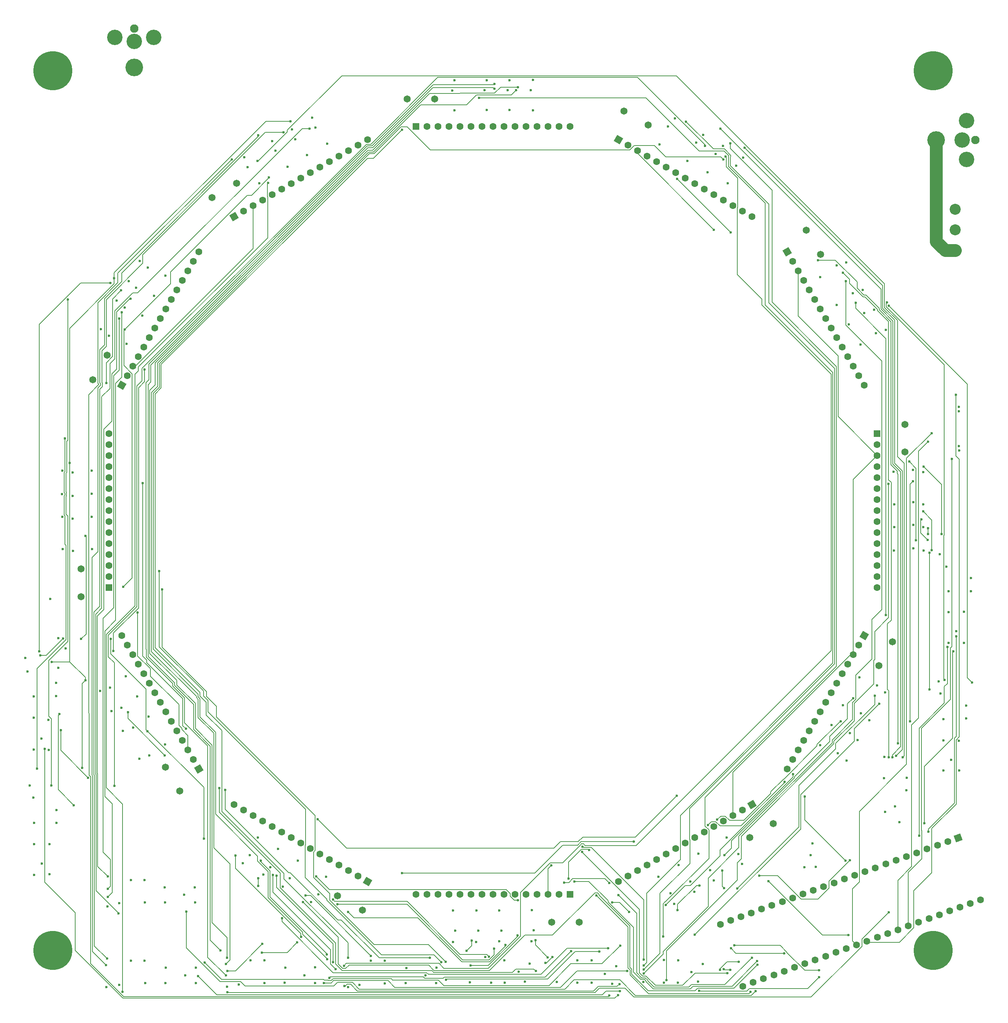
<source format=gbl>
%TF.GenerationSoftware,KiCad,Pcbnew,8.0.6-8.0.6-0~ubuntu22.04.1*%
%TF.CreationDate,2024-12-20T08:13:23-08:00*%
%TF.ProjectId,teensy_arena_12-12,7465656e-7379-45f6-9172-656e615f3132,rev?*%
%TF.SameCoordinates,Original*%
%TF.FileFunction,Copper,L6,Bot*%
%TF.FilePolarity,Positive*%
%FSLAX46Y46*%
G04 Gerber Fmt 4.6, Leading zero omitted, Abs format (unit mm)*
G04 Created by KiCad (PCBNEW 8.0.6-8.0.6-0~ubuntu22.04.1) date 2024-12-20 08:13:23*
%MOMM*%
%LPD*%
G01*
G04 APERTURE LIST*
G04 Aperture macros list*
%AMRotRect*
0 Rectangle, with rotation*
0 The origin of the aperture is its center*
0 $1 length*
0 $2 width*
0 $3 Rotation angle, in degrees counterclockwise*
0 Add horizontal line*
21,1,$1,$2,0,0,$3*%
G04 Aperture macros list end*
%TA.AperFunction,ComponentPad*%
%ADD10C,9.000000*%
%TD*%
%TA.AperFunction,ComponentPad*%
%ADD11C,3.556000*%
%TD*%
%TA.AperFunction,ComponentPad*%
%ADD12C,1.930400*%
%TD*%
%TA.AperFunction,ComponentPad*%
%ADD13C,4.064000*%
%TD*%
%TA.AperFunction,ComponentPad*%
%ADD14R,1.600000X1.600000*%
%TD*%
%TA.AperFunction,ComponentPad*%
%ADD15C,1.600000*%
%TD*%
%TA.AperFunction,ComponentPad*%
%ADD16RotRect,1.600000X1.600000X240.000000*%
%TD*%
%TA.AperFunction,ComponentPad*%
%ADD17C,2.540000*%
%TD*%
%TA.AperFunction,ComponentPad*%
%ADD18RotRect,1.600000X1.600000X150.000000*%
%TD*%
%TA.AperFunction,ComponentPad*%
%ADD19RotRect,1.600000X1.600000X210.000000*%
%TD*%
%TA.AperFunction,ComponentPad*%
%ADD20RotRect,1.600000X1.600000X30.000000*%
%TD*%
%TA.AperFunction,ComponentPad*%
%ADD21RotRect,1.600000X1.600000X200.000000*%
%TD*%
%TA.AperFunction,ComponentPad*%
%ADD22RotRect,1.600000X1.600000X60.000000*%
%TD*%
%TA.AperFunction,ComponentPad*%
%ADD23RotRect,1.600000X1.600000X120.000000*%
%TD*%
%TA.AperFunction,ComponentPad*%
%ADD24RotRect,1.600000X1.600000X300.000000*%
%TD*%
%TA.AperFunction,ComponentPad*%
%ADD25RotRect,1.600000X1.600000X330.000000*%
%TD*%
%TA.AperFunction,ViaPad*%
%ADD26C,0.600000*%
%TD*%
%TA.AperFunction,ViaPad*%
%ADD27C,1.650000*%
%TD*%
%TA.AperFunction,Conductor*%
%ADD28C,3.000000*%
%TD*%
%TA.AperFunction,Conductor*%
%ADD29C,0.200000*%
%TD*%
G04 APERTURE END LIST*
D10*
%TO.P,H1,1,1*%
%TO.N,GND*%
X76200000Y-76200000D03*
%TD*%
D11*
%TO.P,J4,*%
%TO.N,*%
X90504200Y-68506600D03*
D12*
X95000000Y-66500000D03*
D11*
X99495800Y-68506600D03*
D13*
%TO.P,J4,1*%
%TO.N,+5V*%
X95000000Y-75491600D03*
D11*
%TO.P,J4,2*%
%TO.N,GND*%
X95000000Y-69497200D03*
%TD*%
D14*
%TO.P,P10,1*%
%TO.N,+5V*%
X195580000Y-266474000D03*
D15*
%TO.P,P10,2*%
%TO.N,GND*%
X193040000Y-266474000D03*
%TO.P,P10,3*%
%TO.N,/Panel Headers/HDR_RESET*%
X190500000Y-266474000D03*
%TO.P,P10,4*%
%TO.N,/Panel Headers/HDR_SCK_1_P10*%
X187960000Y-266474000D03*
%TO.P,P10,5*%
%TO.N,/Panel Headers/HDR_MOSI_1_P10*%
X185420000Y-266474000D03*
%TO.P,P10,6*%
%TO.N,/Panel Headers/HDR_MISO_1_P10*%
X182880000Y-266474000D03*
%TO.P,P10,7*%
%TO.N,/Panel Headers/HDR_CS_15_P10*%
X180340000Y-266474000D03*
%TO.P,P10,8*%
%TO.N,/Panel Headers/HDR_CS_16_P10*%
X177800000Y-266474000D03*
%TO.P,P10,9*%
%TO.N,/Panel Headers/HDR_CS_17_P10*%
X175260000Y-266474000D03*
%TO.P,P10,10*%
%TO.N,/Panel Headers/HDR_CS_18_P10*%
X172720000Y-266474000D03*
%TO.P,P10,11*%
%TO.N,/Panel Headers/HDR_CS_19_P10*%
X170180000Y-266474000D03*
%TO.P,P10,12*%
%TO.N,unconnected-(P10-Pad12)*%
X167640000Y-266474000D03*
%TO.P,P10,13*%
%TO.N,unconnected-(P10-Pad13)*%
X165100000Y-266474000D03*
%TO.P,P10,14*%
%TO.N,unconnected-(P10-Pad14)*%
X162560000Y-266474000D03*
%TO.P,P10,15*%
%TO.N,/Panel Headers/HDR_EXT_INT_P10*%
X160020000Y-266474000D03*
%TD*%
D16*
%TO.P,P12,1*%
%TO.N,+5V*%
X263484000Y-206739068D03*
D15*
%TO.P,P12,2*%
%TO.N,GND*%
X262214000Y-208938773D03*
%TO.P,P12,3*%
%TO.N,/Panel Headers/HDR_RESET*%
X260944000Y-211138477D03*
%TO.P,P12,4*%
%TO.N,/Panel Headers/HDR_SCK_1_P12*%
X259674000Y-213338182D03*
%TO.P,P12,5*%
%TO.N,/Panel Headers/HDR_MOSI_1_P12*%
X258404000Y-215537886D03*
%TO.P,P12,6*%
%TO.N,/Panel Headers/HDR_MISO_1_P12*%
X257134000Y-217737591D03*
%TO.P,P12,7*%
%TO.N,/Panel Headers/HDR_CS_25_P12*%
X255864000Y-219937295D03*
%TO.P,P12,8*%
%TO.N,/Panel Headers/HDR_CS_26_P12*%
X254594000Y-222137000D03*
%TO.P,P12,9*%
%TO.N,/Panel Headers/HDR_CS_27_P12*%
X253324000Y-224336705D03*
%TO.P,P12,10*%
%TO.N,/Panel Headers/HDR_CS_28_P12*%
X252054000Y-226536409D03*
%TO.P,P12,11*%
%TO.N,/Panel Headers/HDR_CS_29_P12*%
X250784000Y-228736114D03*
%TO.P,P12,12*%
%TO.N,unconnected-(P12-Pad12)*%
X249514000Y-230935818D03*
%TO.P,P12,13*%
%TO.N,unconnected-(P12-Pad13)*%
X248244000Y-233135523D03*
%TO.P,P12,14*%
%TO.N,unconnected-(P12-Pad14)*%
X246974000Y-235335227D03*
%TO.P,P12,15*%
%TO.N,/Panel Headers/HDR_EXT_INT_P12*%
X245704000Y-237534932D03*
%TD*%
D14*
%TO.P,P7,1*%
%TO.N,+5V*%
X89126000Y-195580000D03*
D15*
%TO.P,P7,2*%
%TO.N,GND*%
X89126000Y-193040000D03*
%TO.P,P7,3*%
%TO.N,/Panel Headers/HDR_RESET*%
X89126000Y-190500000D03*
%TO.P,P7,4*%
%TO.N,/Panel Headers/HDR_SCK_1_P7*%
X89126000Y-187960000D03*
%TO.P,P7,5*%
%TO.N,/Panel Headers/HDR_MOSI_1_P7*%
X89126000Y-185420000D03*
%TO.P,P7,6*%
%TO.N,/Panel Headers/HDR_MISO_1_P7*%
X89126000Y-182880000D03*
%TO.P,P7,7*%
%TO.N,/Panel Headers/HDR_CS_00_P7*%
X89126000Y-180340000D03*
%TO.P,P7,8*%
%TO.N,/Panel Headers/HDR_CS_01_P7*%
X89126000Y-177800000D03*
%TO.P,P7,9*%
%TO.N,/Panel Headers/HDR_CS_02_P7*%
X89126000Y-175260000D03*
%TO.P,P7,10*%
%TO.N,/Panel Headers/HDR_CS_03_P7*%
X89126000Y-172720000D03*
%TO.P,P7,11*%
%TO.N,/Panel Headers/HDR_CS_04_P7*%
X89126000Y-170180000D03*
%TO.P,P7,12*%
%TO.N,unconnected-(P7-Pad12)*%
X89126000Y-167640000D03*
%TO.P,P7,13*%
%TO.N,unconnected-(P7-Pad13)*%
X89126000Y-165100000D03*
%TO.P,P7,14*%
%TO.N,unconnected-(P7-Pad14)*%
X89126000Y-162560000D03*
%TO.P,P7,15*%
%TO.N,/Panel Headers/HDR_EXT_INT_P7*%
X89126000Y-160020000D03*
%TD*%
D17*
%TO.P,SW1,1,A*%
%TO.N,/Power/SW_5V*%
X284480000Y-117752500D03*
%TO.P,SW1,2,B*%
%TO.N,+5V*%
X284480000Y-113002700D03*
%TO.P,SW1,3,C*%
%TO.N,GND*%
X284480000Y-108252900D03*
%TD*%
D18*
%TO.P,P9,1*%
%TO.N,+5V*%
X148860932Y-263484000D03*
D15*
%TO.P,P9,2*%
%TO.N,GND*%
X146661227Y-262214000D03*
%TO.P,P9,3*%
%TO.N,/Panel Headers/HDR_RESET*%
X144461523Y-260944000D03*
%TO.P,P9,4*%
%TO.N,/Panel Headers/HDR_SCK_1_P9*%
X142261818Y-259674000D03*
%TO.P,P9,5*%
%TO.N,/Panel Headers/HDR_MOSI_1_P9*%
X140062114Y-258404000D03*
%TO.P,P9,6*%
%TO.N,/Panel Headers/HDR_MISO_1_P9*%
X137862409Y-257134000D03*
%TO.P,P9,7*%
%TO.N,/Panel Headers/HDR_CS_10_P9*%
X135662705Y-255864000D03*
%TO.P,P9,8*%
%TO.N,/Panel Headers/HDR_CS_11_P9*%
X133463000Y-254594000D03*
%TO.P,P9,9*%
%TO.N,/Panel Headers/HDR_CS_12_P9*%
X131263295Y-253324000D03*
%TO.P,P9,10*%
%TO.N,/Panel Headers/HDR_CS_13_P9*%
X129063591Y-252054000D03*
%TO.P,P9,11*%
%TO.N,/Panel Headers/HDR_CS_14_P9*%
X126863886Y-250784000D03*
%TO.P,P9,12*%
%TO.N,unconnected-(P9-Pad12)*%
X124664182Y-249514000D03*
%TO.P,P9,13*%
%TO.N,unconnected-(P9-Pad13)*%
X122464477Y-248244000D03*
%TO.P,P9,14*%
%TO.N,unconnected-(P9-Pad14)*%
X120264773Y-246974000D03*
%TO.P,P9,15*%
%TO.N,/Panel Headers/HDR_EXT_INT_P9*%
X118065068Y-245704000D03*
%TD*%
D19*
%TO.P,P11,1*%
%TO.N,+5V*%
X237534932Y-245704000D03*
D15*
%TO.P,P11,2*%
%TO.N,GND*%
X235335227Y-246974000D03*
%TO.P,P11,3*%
%TO.N,/Panel Headers/HDR_RESET*%
X233135523Y-248244000D03*
%TO.P,P11,4*%
%TO.N,/Panel Headers/HDR_SCK_1_P11*%
X230935818Y-249514000D03*
%TO.P,P11,5*%
%TO.N,/Panel Headers/HDR_MOSI_1_P11*%
X228736114Y-250784000D03*
%TO.P,P11,6*%
%TO.N,/Panel Headers/HDR_MISO_1_P11*%
X226536409Y-252054000D03*
%TO.P,P11,7*%
%TO.N,/Panel Headers/HDR_CS_20_P11*%
X224336705Y-253324000D03*
%TO.P,P11,8*%
%TO.N,/Panel Headers/HDR_CS_21_P11*%
X222137000Y-254594000D03*
%TO.P,P11,9*%
%TO.N,/Panel Headers/HDR_CS_22_P11*%
X219937295Y-255864000D03*
%TO.P,P11,10*%
%TO.N,/Panel Headers/HDR_CS_23_P11*%
X217737591Y-257134000D03*
%TO.P,P11,11*%
%TO.N,/Panel Headers/HDR_CS_24_P11*%
X215537886Y-258404000D03*
%TO.P,P11,12*%
%TO.N,unconnected-(P11-Pad12)*%
X213338182Y-259674000D03*
%TO.P,P11,13*%
%TO.N,unconnected-(P11-Pad13)*%
X211138477Y-260944000D03*
%TO.P,P11,14*%
%TO.N,unconnected-(P11-Pad14)*%
X208938773Y-262214000D03*
%TO.P,P11,15*%
%TO.N,/Panel Headers/HDR_EXT_INT_P11*%
X206739068Y-263484000D03*
%TD*%
D10*
%TO.P,H3,1,1*%
%TO.N,GND*%
X279400000Y-279400000D03*
%TD*%
%TO.P,H4,1,1*%
%TO.N,GND*%
X76200000Y-279400000D03*
%TD*%
D11*
%TO.P,J1,*%
%TO.N,*%
X287096200Y-87706200D03*
D12*
X289102800Y-92202000D03*
D11*
X287096200Y-96697800D03*
D13*
%TO.P,J1,1*%
%TO.N,/Power/SW_5V*%
X280111200Y-92202000D03*
D11*
%TO.P,J1,2*%
%TO.N,GND*%
X286105600Y-92202000D03*
%TD*%
D20*
%TO.P,P5,1*%
%TO.N,+5V*%
X118065068Y-109896000D03*
D15*
%TO.P,P5,2*%
%TO.N,GND*%
X120264773Y-108626000D03*
%TO.P,P5,3*%
%TO.N,/Panel Headers/HDR_RESET*%
X122464477Y-107356000D03*
%TO.P,P5,4*%
%TO.N,/Panel Headers/HDR_SCK_0_P5*%
X124664182Y-106086000D03*
%TO.P,P5,5*%
%TO.N,/Panel Headers/HDR_MOSI_0_P5*%
X126863886Y-104816000D03*
%TO.P,P5,6*%
%TO.N,/Panel Headers/HDR_MISO_0_P5*%
X129063591Y-103546000D03*
%TO.P,P5,7*%
%TO.N,/Panel Headers/HDR_CS_20_P5*%
X131263295Y-102276000D03*
%TO.P,P5,8*%
%TO.N,/Panel Headers/HDR_CS_21_P5*%
X133463000Y-101006000D03*
%TO.P,P5,9*%
%TO.N,/Panel Headers/HDR_CS_22_P5*%
X135662705Y-99736000D03*
%TO.P,P5,10*%
%TO.N,/Panel Headers/HDR_CS_23_P5*%
X137862409Y-98466000D03*
%TO.P,P5,11*%
%TO.N,/Panel Headers/HDR_CS_24_P5*%
X140062114Y-97196000D03*
%TO.P,P5,12*%
%TO.N,unconnected-(P5-Pad12)*%
X142261818Y-95926000D03*
%TO.P,P5,13*%
%TO.N,unconnected-(P5-Pad13)*%
X144461523Y-94656000D03*
%TO.P,P5,14*%
%TO.N,unconnected-(P5-Pad14)*%
X146661227Y-93386000D03*
%TO.P,P5,15*%
%TO.N,/Panel Headers/HDR_EXT_INT_P5*%
X148860932Y-92116000D03*
%TD*%
D14*
%TO.P,P4,1*%
%TO.N,+5V*%
X160020000Y-89126000D03*
D15*
%TO.P,P4,2*%
%TO.N,GND*%
X162560000Y-89126000D03*
%TO.P,P4,3*%
%TO.N,/Panel Headers/HDR_RESET*%
X165100000Y-89126000D03*
%TO.P,P4,4*%
%TO.N,/Panel Headers/HDR_SCK_0_P4*%
X167640000Y-89126000D03*
%TO.P,P4,5*%
%TO.N,/Panel Headers/HDR_MOSI_0_P4*%
X170180000Y-89126000D03*
%TO.P,P4,6*%
%TO.N,/Panel Headers/HDR_MISO_0_P4*%
X172720000Y-89126000D03*
%TO.P,P4,7*%
%TO.N,/Panel Headers/HDR_CS_15_P4*%
X175260000Y-89126000D03*
%TO.P,P4,8*%
%TO.N,/Panel Headers/HDR_CS_16_P4*%
X177800000Y-89126000D03*
%TO.P,P4,9*%
%TO.N,/Panel Headers/HDR_CS_17_P4*%
X180340000Y-89126000D03*
%TO.P,P4,10*%
%TO.N,/Panel Headers/HDR_CS_18_P4*%
X182880000Y-89126000D03*
%TO.P,P4,11*%
%TO.N,/Panel Headers/HDR_CS_19_P4*%
X185420000Y-89126000D03*
%TO.P,P4,12*%
%TO.N,unconnected-(P4-Pad12)*%
X187960000Y-89126000D03*
%TO.P,P4,13*%
%TO.N,unconnected-(P4-Pad13)*%
X190500000Y-89126000D03*
%TO.P,P4,14*%
%TO.N,unconnected-(P4-Pad14)*%
X193040000Y-89126000D03*
%TO.P,P4,15*%
%TO.N,/Panel Headers/HDR_EXT_INT_P4*%
X195580000Y-89126000D03*
%TD*%
D21*
%TO.P,U1,1,GND*%
%TO.N,GND*%
X285152628Y-253394534D03*
D15*
%TO.P,U1,2,0_RX1_CRX2_CS1*%
%TO.N,/Teensy/TNY_CS_00*%
X282765809Y-254263265D03*
%TO.P,U1,3,1_TX1_CTX2_MISO1*%
%TO.N,/Teensy/TNY_MISO_1*%
X280378989Y-255131996D03*
%TO.P,U1,4,2_OUT2*%
%TO.N,/Teensy/TNY_CS_01*%
X277992170Y-256000727D03*
%TO.P,U1,5,3_LRCLK2*%
%TO.N,/Teensy/TNY_CS_02*%
X275605351Y-256869458D03*
%TO.P,U1,6,4_BCLK2*%
%TO.N,/Teensy/TNY_CS_03*%
X273218532Y-257738190D03*
%TO.P,U1,7,5_IN2*%
%TO.N,/Teensy/TNY_CS_04*%
X270831712Y-258606921D03*
%TO.P,U1,8,6_OUT1D*%
%TO.N,/Teensy/TNY_CS_05*%
X268444893Y-259475652D03*
%TO.P,U1,9,7_RX2_OUT1A*%
%TO.N,/Teensy/TNY_CS_06*%
X266058074Y-260344383D03*
%TO.P,U1,10,8_TX2_IN1*%
%TO.N,/Teensy/TNY_CS_07*%
X263671255Y-261213114D03*
%TO.P,U1,11,9_OUT1C*%
%TO.N,/Teensy/TNY_CS_08*%
X261284435Y-262081845D03*
%TO.P,U1,12,10_CS_MQSR*%
%TO.N,/Teensy/TNY_CS_09*%
X258897616Y-262950577D03*
%TO.P,U1,13,11_MOSI_CTX1*%
%TO.N,/Teensy/TNY_MOSI_0*%
X256510797Y-263819308D03*
%TO.P,U1,14,12_MISO_MQSL*%
%TO.N,/Teensy/TNY_MISO_0*%
X254123978Y-264688039D03*
%TO.P,U1,15,3V3*%
%TO.N,+3.3V*%
X251737158Y-265556770D03*
%TO.P,U1,16,24_A10_TX6_SCL2*%
%TO.N,/Teensy/TNY_CS_10*%
X249350339Y-266425501D03*
%TO.P,U1,17,25_A11_RX6_SDA2*%
%TO.N,/Teensy/TNY_CS_11*%
X246963520Y-267294232D03*
%TO.P,U1,18,26_A12_MOSI1*%
%TO.N,/Teensy/TNY_MOSI_1*%
X244576701Y-268162964D03*
%TO.P,U1,19,27_A13_SCK1*%
%TO.N,/Teensy/TNY_SCK_1*%
X242189881Y-269031695D03*
%TO.P,U1,20,28_RX7*%
%TO.N,/Teensy/TNY_CS_12*%
X239803062Y-269900426D03*
%TO.P,U1,21,29_TX7*%
%TO.N,/Teensy/TNY_CS_13*%
X237416243Y-270769157D03*
%TO.P,U1,22,30_CRX3*%
%TO.N,/Teensy/TNY_CS_14*%
X235029425Y-271637888D03*
%TO.P,U1,23,31_CTX3*%
%TO.N,/Teensy/TNY_CS_15*%
X232642604Y-272506619D03*
%TO.P,U1,24,32_OUT1B*%
%TO.N,/Teensy/TNY_CS_16*%
X230255785Y-273375351D03*
%TO.P,U1,25,33_MCLK2*%
%TO.N,/Teensy/TNY_EXT_INT*%
X235468172Y-287696266D03*
%TO.P,U1,26,34_RX8*%
%TO.N,/Teensy/TNY_RESET*%
X237854991Y-286827535D03*
%TO.P,U1,27,35_TX8*%
%TO.N,/Teensy/TNY_CS_29*%
X240241811Y-285958804D03*
%TO.P,U1,28,36_CS*%
%TO.N,/Teensy/TNY_CS_28*%
X242628630Y-285090073D03*
%TO.P,U1,29,37_CS*%
%TO.N,/Teensy/TNY_CS_27*%
X245015449Y-284221342D03*
%TO.P,U1,30,38_CS1_IN1*%
%TO.N,/Teensy/TNY_CS_26*%
X247402268Y-283352610D03*
%TO.P,U1,31,39_MISO1_OUT1A*%
%TO.N,/Teensy/TNY_CS_25*%
X249789088Y-282483879D03*
%TO.P,U1,32,40_A16*%
%TO.N,/Teensy/TNY_CS_24*%
X252175907Y-281615148D03*
%TO.P,U1,33,41_A17*%
%TO.N,/Teensy/TNY_CS_23*%
X254562726Y-280746417D03*
%TO.P,U1,34,GND*%
%TO.N,GND*%
X256949545Y-279877686D03*
%TO.P,U1,35,13_SCK_LED*%
%TO.N,/Teensy/TNY_SCK_0*%
X259336365Y-279008955D03*
%TO.P,U1,36,14_A0_TX3_SPDIF_OUT*%
%TO.N,/Teensy/A0*%
X261723184Y-278140223D03*
%TO.P,U1,37,15_A1_RX3_SPDIF_IN*%
%TO.N,/Teensy/A1*%
X264110003Y-277271492D03*
%TO.P,U1,38,16_A2_RX4_SCL1*%
%TO.N,/Teensy/TNY_CS_22*%
X266496822Y-276402761D03*
%TO.P,U1,39,17_A3_TX4_SDA1*%
%TO.N,/Teensy/TNY_CS_21*%
X268883642Y-275534030D03*
%TO.P,U1,40,18_A4_SDA*%
%TO.N,/Teensy/SDA*%
X271270461Y-274665299D03*
%TO.P,U1,41,19_A5_SCL*%
%TO.N,/Teensy/SCL*%
X273657280Y-273796568D03*
%TO.P,U1,42,20_A6_TX5_LRCLK1*%
%TO.N,/Teensy/TNY_CS_20*%
X276044099Y-272927836D03*
%TO.P,U1,43,21_A7_RX5_BCLK1*%
%TO.N,/Teensy/TNY_CS_19*%
X278430919Y-272059105D03*
%TO.P,U1,44,22_A8_CTX1*%
%TO.N,/Teensy/TNY_CS_18*%
X280817738Y-271190374D03*
%TO.P,U1,45,23_A9_CRX1_MCLK1*%
%TO.N,/Teensy/TNY_CS_17*%
X283204557Y-270321643D03*
%TO.P,U1,46,3V3*%
%TO.N,+3.3V*%
X285591375Y-269452912D03*
%TO.P,U1,47,GND*%
%TO.N,GND*%
X287978196Y-268584181D03*
%TO.P,U1,48,VIN*%
%TO.N,unconnected-(U1-VIN-Pad48)*%
X290365015Y-267715449D03*
%TD*%
D14*
%TO.P,P1,1*%
%TO.N,+5V*%
X266474000Y-160020000D03*
D15*
%TO.P,P1,2*%
%TO.N,GND*%
X266474000Y-162560000D03*
%TO.P,P1,3*%
%TO.N,/Panel Headers/HDR_RESET*%
X266474000Y-165100000D03*
%TO.P,P1,4*%
%TO.N,/Panel Headers/HDR_SCK_0_P1*%
X266474000Y-167640000D03*
%TO.P,P1,5*%
%TO.N,/Panel Headers/HDR_MOSI_0_P1*%
X266474000Y-170180000D03*
%TO.P,P1,6*%
%TO.N,/Panel Headers/HDR_MISO_0_P1*%
X266474000Y-172720000D03*
%TO.P,P1,7*%
%TO.N,/Panel Headers/HDR_CS_00_P1*%
X266474000Y-175260000D03*
%TO.P,P1,8*%
%TO.N,/Panel Headers/HDR_CS_01_P1*%
X266474000Y-177800000D03*
%TO.P,P1,9*%
%TO.N,/Panel Headers/HDR_CS_02_P1*%
X266474000Y-180340000D03*
%TO.P,P1,10*%
%TO.N,/Panel Headers/HDR_CS_03_P1*%
X266474000Y-182880000D03*
%TO.P,P1,11*%
%TO.N,/Panel Headers/HDR_CS_04_P1*%
X266474000Y-185420000D03*
%TO.P,P1,12*%
%TO.N,unconnected-(P1-Pad12)*%
X266474000Y-187960000D03*
%TO.P,P1,13*%
%TO.N,unconnected-(P1-Pad13)*%
X266474000Y-190500000D03*
%TO.P,P1,14*%
%TO.N,unconnected-(P1-Pad14)*%
X266474000Y-193040000D03*
%TO.P,P1,15*%
%TO.N,/Panel Headers/HDR_EXT_INT_P1*%
X266474000Y-195580000D03*
%TD*%
D22*
%TO.P,P6,1*%
%TO.N,+5V*%
X92116000Y-148860932D03*
D15*
%TO.P,P6,2*%
%TO.N,GND*%
X93386000Y-146661227D03*
%TO.P,P6,3*%
%TO.N,/Panel Headers/HDR_RESET*%
X94656000Y-144461523D03*
%TO.P,P6,4*%
%TO.N,/Panel Headers/HDR_SCK_0_P6*%
X95926000Y-142261818D03*
%TO.P,P6,5*%
%TO.N,/Panel Headers/HDR_MOSI_0_P6*%
X97196000Y-140062114D03*
%TO.P,P6,6*%
%TO.N,/Panel Headers/HDR_MISO_0_P6*%
X98466000Y-137862409D03*
%TO.P,P6,7*%
%TO.N,/Panel Headers/HDR_CS_25_P6*%
X99736000Y-135662705D03*
%TO.P,P6,8*%
%TO.N,/Panel Headers/HDR_CS_26_P6*%
X101006000Y-133463000D03*
%TO.P,P6,9*%
%TO.N,/Panel Headers/HDR_CS_27_P6*%
X102276000Y-131263295D03*
%TO.P,P6,10*%
%TO.N,/Panel Headers/HDR_CS_28_P6*%
X103546000Y-129063591D03*
%TO.P,P6,11*%
%TO.N,/Panel Headers/HDR_CS_29_P6*%
X104816000Y-126863886D03*
%TO.P,P6,12*%
%TO.N,unconnected-(P6-Pad12)*%
X106086000Y-124664182D03*
%TO.P,P6,13*%
%TO.N,unconnected-(P6-Pad13)*%
X107356000Y-122464477D03*
%TO.P,P6,14*%
%TO.N,unconnected-(P6-Pad14)*%
X108626000Y-120264773D03*
%TO.P,P6,15*%
%TO.N,/Panel Headers/HDR_EXT_INT_P6*%
X109896000Y-118065068D03*
%TD*%
D23*
%TO.P,P8,1*%
%TO.N,+5V*%
X109896000Y-237534932D03*
D15*
%TO.P,P8,2*%
%TO.N,GND*%
X108626000Y-235335227D03*
%TO.P,P8,3*%
%TO.N,/Panel Headers/HDR_RESET*%
X107356000Y-233135523D03*
%TO.P,P8,4*%
%TO.N,/Panel Headers/HDR_SCK_1_P8*%
X106086000Y-230935818D03*
%TO.P,P8,5*%
%TO.N,/Panel Headers/HDR_MOSI_1_P8*%
X104816000Y-228736114D03*
%TO.P,P8,6*%
%TO.N,/Panel Headers/HDR_MISO_1_P8*%
X103546000Y-226536409D03*
%TO.P,P8,7*%
%TO.N,/Panel Headers/HDR_CS_05_P8*%
X102276000Y-224336705D03*
%TO.P,P8,8*%
%TO.N,/Panel Headers/HDR_CS_06_P8*%
X101006000Y-222137000D03*
%TO.P,P8,9*%
%TO.N,/Panel Headers/HDR_CS_07_P8*%
X99736000Y-219937295D03*
%TO.P,P8,10*%
%TO.N,/Panel Headers/HDR_CS_08_P8*%
X98466000Y-217737591D03*
%TO.P,P8,11*%
%TO.N,/Panel Headers/HDR_CS_09_P8*%
X97196000Y-215537886D03*
%TO.P,P8,12*%
%TO.N,unconnected-(P8-Pad12)*%
X95926000Y-213338182D03*
%TO.P,P8,13*%
%TO.N,unconnected-(P8-Pad13)*%
X94656000Y-211138477D03*
%TO.P,P8,14*%
%TO.N,unconnected-(P8-Pad14)*%
X93386000Y-208938773D03*
%TO.P,P8,15*%
%TO.N,/Panel Headers/HDR_EXT_INT_P8*%
X92116000Y-206739068D03*
%TD*%
D10*
%TO.P,H2,1,1*%
%TO.N,GND*%
X279400000Y-76200000D03*
%TD*%
D24*
%TO.P,P2,1*%
%TO.N,+5V*%
X245704000Y-118065068D03*
D15*
%TO.P,P2,2*%
%TO.N,GND*%
X246974000Y-120264773D03*
%TO.P,P2,3*%
%TO.N,/Panel Headers/HDR_RESET*%
X248244000Y-122464477D03*
%TO.P,P2,4*%
%TO.N,/Panel Headers/HDR_SCK_0_P2*%
X249514000Y-124664182D03*
%TO.P,P2,5*%
%TO.N,/Panel Headers/HDR_MOSI_0_P2*%
X250784000Y-126863886D03*
%TO.P,P2,6*%
%TO.N,/Panel Headers/HDR_MISO_0_P2*%
X252054000Y-129063591D03*
%TO.P,P2,7*%
%TO.N,/Panel Headers/HDR_CS_05_P2*%
X253324000Y-131263295D03*
%TO.P,P2,8*%
%TO.N,/Panel Headers/HDR_CS_06_P2*%
X254594000Y-133463000D03*
%TO.P,P2,9*%
%TO.N,/Panel Headers/HDR_CS_07_P2*%
X255864000Y-135662705D03*
%TO.P,P2,10*%
%TO.N,/Panel Headers/HDR_CS_08_P2*%
X257134000Y-137862409D03*
%TO.P,P2,11*%
%TO.N,/Panel Headers/HDR_CS_09_P2*%
X258404000Y-140062114D03*
%TO.P,P2,12*%
%TO.N,unconnected-(P2-Pad12)*%
X259674000Y-142261818D03*
%TO.P,P2,13*%
%TO.N,unconnected-(P2-Pad13)*%
X260944000Y-144461523D03*
%TO.P,P2,14*%
%TO.N,unconnected-(P2-Pad14)*%
X262214000Y-146661227D03*
%TO.P,P2,15*%
%TO.N,/Panel Headers/HDR_EXT_INT_P2*%
X263484000Y-148860932D03*
%TD*%
D25*
%TO.P,P3,1*%
%TO.N,+5V*%
X206739068Y-92116000D03*
D15*
%TO.P,P3,2*%
%TO.N,GND*%
X208938773Y-93386000D03*
%TO.P,P3,3*%
%TO.N,/Panel Headers/HDR_RESET*%
X211138477Y-94656000D03*
%TO.P,P3,4*%
%TO.N,/Panel Headers/HDR_SCK_0_P3*%
X213338182Y-95926000D03*
%TO.P,P3,5*%
%TO.N,/Panel Headers/HDR_MOSI_0_P3*%
X215537886Y-97196000D03*
%TO.P,P3,6*%
%TO.N,/Panel Headers/HDR_MISO_0_P3*%
X217737591Y-98466000D03*
%TO.P,P3,7*%
%TO.N,/Panel Headers/HDR_CS_10_P3*%
X219937295Y-99736000D03*
%TO.P,P3,8*%
%TO.N,/Panel Headers/HDR_CS_11_P3*%
X222137000Y-101006000D03*
%TO.P,P3,9*%
%TO.N,/Panel Headers/HDR_CS_12_P3*%
X224336705Y-102276000D03*
%TO.P,P3,10*%
%TO.N,/Panel Headers/HDR_CS_13_P3*%
X226536409Y-103546000D03*
%TO.P,P3,11*%
%TO.N,/Panel Headers/HDR_CS_14_P3*%
X228736114Y-104816000D03*
%TO.P,P3,12*%
%TO.N,unconnected-(P3-Pad12)*%
X230935818Y-106086000D03*
%TO.P,P3,13*%
%TO.N,unconnected-(P3-Pad13)*%
X233135523Y-107356000D03*
%TO.P,P3,14*%
%TO.N,unconnected-(P3-Pad14)*%
X235335227Y-108626000D03*
%TO.P,P3,15*%
%TO.N,/Panel Headers/HDR_EXT_INT_P3*%
X237534932Y-109896000D03*
%TD*%
D26*
%TO.N,+3.3V*%
X106502000Y-266598000D03*
X285369000Y-162890000D03*
X285344000Y-153899000D03*
X287020000Y-225806000D03*
X200558000Y-281686000D03*
X284759000Y-205715000D03*
X73583800Y-230505000D03*
X270637000Y-246151000D03*
X152806000Y-281788000D03*
X76987400Y-220650000D03*
X180391000Y-281686000D03*
X180543000Y-286878000D03*
X252323600Y-260146800D03*
X203606000Y-284886000D03*
X283591000Y-235382000D03*
X152806000Y-287020000D03*
X125019000Y-281737000D03*
X97358200Y-263169000D03*
X97332800Y-281762200D03*
X183744000Y-284328000D03*
X71856600Y-249936000D03*
X251104400Y-257403400D03*
X162230000Y-285191000D03*
X77089000Y-249987000D03*
X71780400Y-220777000D03*
X282956000Y-196494000D03*
X97561400Y-286961000D03*
X125087000Y-286927000D03*
X134290000Y-285166000D03*
X200609000Y-286868000D03*
X106756000Y-285191000D03*
X220523000Y-281686000D03*
X220472000Y-286868000D03*
X281813000Y-226009000D03*
X73634600Y-259359000D03*
X223571000Y-284429000D03*
X97485200Y-268376000D03*
X273253000Y-242443000D03*
X288138000Y-196444000D03*
X79197200Y-209702000D03*
%TO.N,/Teensy/SDA*%
X278230500Y-161890000D03*
%TO.N,/Teensy/SCL*%
X283684900Y-165911200D03*
%TO.N,/Teensy/A0*%
X279024100Y-159968200D03*
%TO.N,/Teensy/A1*%
X284608200Y-151053700D03*
%TO.N,/Level Shifters/PAN5V.MISO_0*%
X220317300Y-101190000D03*
X126054800Y-100876300D03*
X232666500Y-113539200D03*
X92438700Y-195467300D03*
X92815100Y-135996200D03*
%TO.N,/Panel Headers/HDR_RESET*%
X191254100Y-259806800D03*
X95796500Y-201375500D03*
X228797900Y-112956500D03*
%TO.N,/Level Shifters/PAN5V.EXT_INT*%
X133489600Y-276273000D03*
X131075500Y-87908700D03*
X75919000Y-212807700D03*
X247031100Y-238684000D03*
X118391700Y-257534300D03*
X90377100Y-124159300D03*
X83696200Y-217059500D03*
X83003200Y-237285600D03*
X80109600Y-166815200D03*
X217695800Y-268893900D03*
D27*
%TO.N,GND*%
X118618000Y-102184000D03*
D26*
X258572000Y-222783000D03*
X168580000Y-277470000D03*
X69850000Y-211886800D03*
X78460600Y-186690000D03*
X173965000Y-270180000D03*
X93700600Y-124841000D03*
X225222000Y-257048000D03*
X282931000Y-201295000D03*
X124765000Y-261925000D03*
X186250000Y-282499000D03*
X87122000Y-219507000D03*
X70891400Y-241351000D03*
X102108000Y-268351000D03*
X95707200Y-220751000D03*
X164762000Y-283439000D03*
X226289000Y-91008200D03*
X129692000Y-286893000D03*
X181635000Y-85267800D03*
X93040200Y-216103000D03*
X173939000Y-277495000D03*
X277190000Y-187046000D03*
X121818000Y-281711000D03*
X129870000Y-283388000D03*
X282931000Y-208356000D03*
X90957400Y-129337000D03*
X75174000Y-226146000D03*
X270408000Y-176352000D03*
X77495400Y-214173000D03*
X265760000Y-131420000D03*
X85166200Y-168580000D03*
X98323400Y-225374000D03*
X136728000Y-283362000D03*
X220624000Y-259715000D03*
X228803000Y-263246000D03*
X85140800Y-173965000D03*
X75285600Y-233121000D03*
D27*
X266878000Y-213614000D03*
D26*
X263119000Y-126898000D03*
X109220000Y-286969000D03*
X268478000Y-136093000D03*
X157785000Y-283464000D03*
X222707000Y-97053400D03*
X253314000Y-232054000D03*
X286537000Y-208407000D03*
X78409800Y-179248000D03*
X268351000Y-247447000D03*
X128219000Y-256007000D03*
X224257000Y-265862000D03*
X187020000Y-85344000D03*
X281772000Y-237896000D03*
X280949400Y-187883800D03*
X102210000Y-123520000D03*
X92379800Y-228752000D03*
X285369000Y-230988000D03*
X206232000Y-283108000D03*
X257149600Y-130302000D03*
X251587200Y-254736400D03*
X259385000Y-235585000D03*
X281813000Y-230886000D03*
X71882000Y-262001000D03*
D27*
X82727800Y-191313000D03*
D26*
X109017000Y-268326000D03*
X136068000Y-87071200D03*
X235280000Y-259486000D03*
X75412600Y-261849000D03*
X264693000Y-226289000D03*
X71780400Y-225654000D03*
D27*
X102184000Y-237058000D03*
D26*
X130353000Y-98450400D03*
X164661000Y-286944000D03*
X85191600Y-179248000D03*
X168580000Y-270231000D03*
X186690000Y-277292000D03*
X96215200Y-235179000D03*
X120371000Y-96189800D03*
X71805800Y-233020000D03*
X219634000Y-268656000D03*
X168885000Y-78460600D03*
X94259400Y-263144000D03*
X96901000Y-132766000D03*
X273279000Y-239573000D03*
X270408000Y-181635000D03*
X76987400Y-217602000D03*
X216281000Y-93243400D03*
D27*
X237109000Y-253314000D03*
D26*
X102057000Y-264871000D03*
X287020000Y-222885000D03*
X126797000Y-92456000D03*
X176027000Y-280975000D03*
D27*
X141910000Y-266852000D03*
D26*
X139268000Y-262407000D03*
X227305000Y-99695000D03*
X187020000Y-78384400D03*
X271602000Y-249758000D03*
X88849200Y-269240000D03*
X144348000Y-287884000D03*
X255930000Y-227355000D03*
X185166000Y-286604000D03*
X102210000Y-286969000D03*
X249656200Y-260172400D03*
X262382000Y-216332000D03*
X102083000Y-231826000D03*
X285384000Y-237830000D03*
X231699000Y-253390000D03*
X77089000Y-246990000D03*
X268173000Y-234721000D03*
X172466000Y-286817000D03*
X259943600Y-134797800D03*
X217221000Y-281635000D03*
X123495000Y-253390000D03*
X89763600Y-224180000D03*
X280695000Y-217246000D03*
X225146000Y-286588000D03*
X78359000Y-173990000D03*
X109245000Y-283439000D03*
X197256000Y-281686000D03*
X230861000Y-93624400D03*
X277089000Y-168910000D03*
X205317000Y-287105000D03*
X262661000Y-139446000D03*
X120066000Y-259283000D03*
X85242400Y-186715000D03*
X149606000Y-281788000D03*
X226272000Y-282550000D03*
X108966000Y-264846000D03*
X259359000Y-120472000D03*
X262001000Y-230861000D03*
X131369000Y-89763600D03*
X96291400Y-120142000D03*
X192532000Y-286715000D03*
X179248000Y-270180000D03*
X123901000Y-102235000D03*
X136779000Y-286969000D03*
X93218000Y-139268000D03*
D27*
X191364000Y-272872000D03*
D26*
X232029000Y-102260000D03*
X77495400Y-207315000D03*
X134874000Y-95732600D03*
X71856600Y-254889000D03*
X75412600Y-254914000D03*
X176352000Y-78409800D03*
X88544400Y-287909000D03*
X168885000Y-85369400D03*
X135839000Y-268275000D03*
X286537000Y-201193000D03*
X78409800Y-168580000D03*
X285344000Y-154889000D03*
D27*
X88747600Y-141910000D03*
X253416000Y-118669000D03*
D26*
X277114000Y-176378000D03*
X253365000Y-123876000D03*
X216002000Y-262433000D03*
X186741000Y-270154000D03*
X235534000Y-96291400D03*
X139548000Y-93065600D03*
X288163000Y-193421000D03*
X132740000Y-258724000D03*
X102286000Y-283439000D03*
X129286000Y-264693000D03*
X212547000Y-286741000D03*
X270358000Y-187020000D03*
X87325200Y-135890000D03*
X179248000Y-277343000D03*
X270281000Y-168885000D03*
X176352000Y-85267800D03*
D27*
X164313000Y-82753200D03*
D26*
X285394000Y-163906000D03*
X116434000Y-287807000D03*
X268300000Y-219786000D03*
X99542600Y-128194000D03*
D27*
X272847000Y-164262000D03*
D26*
X277139000Y-181635000D03*
D27*
X213614000Y-88722200D03*
D26*
X94259400Y-281788000D03*
X219786000Y-87274400D03*
X75641200Y-198247000D03*
X181635000Y-78435200D03*
X157632000Y-286969000D03*
%TO.N,/Level Shifters/PAN5V.MISO_1*%
X231225400Y-257419600D03*
X98033600Y-228757900D03*
X136986500Y-262334100D03*
X260934300Y-221151500D03*
X82742500Y-207490900D03*
X111060900Y-253580400D03*
X183523100Y-267851000D03*
X83736900Y-183710100D03*
X89595800Y-207490900D03*
%TO.N,/Level Shifters/PAN3V.RESET*%
X231045800Y-283734400D03*
X206645600Y-289743000D03*
X232621700Y-283901200D03*
X74296300Y-232840500D03*
%TO.N,/Level Shifters/PAN3V.SCK_0*%
X230216600Y-283919000D03*
X234533300Y-282071800D03*
%TO.N,/Level Shifters/PAN3V.MISO_0*%
X84360500Y-239522400D03*
X78036000Y-228553600D03*
%TO.N,/Level Shifters/PAN3V.MOSI_1*%
X191483800Y-280958300D03*
X189925300Y-282297100D03*
%TO.N,/Level Shifters/PAN3V.MISO_1*%
X81052600Y-245893200D03*
X77744600Y-224818000D03*
%TO.N,/Level Shifters/PAN3V.CS_01*%
X278303700Y-251988400D03*
X284702700Y-206895300D03*
%TO.N,/Level Shifters/PAN3V.CS_02*%
X282708600Y-209314700D03*
X276144900Y-252932200D03*
%TO.N,/Level Shifters/PAN3V.CS_03*%
X284084900Y-210355500D03*
X277355800Y-250088100D03*
%TO.N,/Level Shifters/PAN3V.CS_08*%
X239296500Y-262168900D03*
X180664700Y-278141400D03*
X144373500Y-270508300D03*
X260190100Y-258577700D03*
%TO.N,/Level Shifters/PAN3V.CS_09*%
X259185800Y-258722700D03*
X249756600Y-243898400D03*
X210282100Y-254314500D03*
X156808500Y-261575200D03*
%TO.N,/Level Shifters/PAN3V.CS_11*%
X141874900Y-268789000D03*
X178076100Y-279010600D03*
%TO.N,/Level Shifters/PAN3V.CS_13*%
X166925800Y-286204200D03*
X202352300Y-279693100D03*
%TO.N,/Level Shifters/PAN3V.CS_16*%
X195849800Y-279583800D03*
X140057000Y-285739800D03*
%TO.N,/Level Shifters/PAN3V.CS_17*%
X208747300Y-284193200D03*
X138761200Y-286941300D03*
%TO.N,/Level Shifters/PAN3V.CS_19*%
X206976400Y-287200500D03*
X143527100Y-287668000D03*
%TO.N,/Level Shifters/PAN3V.CS_20*%
X116470300Y-289054900D03*
X269132900Y-270611600D03*
%TO.N,/Level Shifters/PAN3V.CS_21*%
X207114200Y-288833200D03*
X225391400Y-288761700D03*
X253033900Y-285627200D03*
X109754900Y-285386000D03*
%TO.N,/Level Shifters/PAN3V.CS_22*%
X259816600Y-275849700D03*
X241388000Y-263387500D03*
%TO.N,/Level Shifters/PAN3V.CS_23*%
X111236600Y-282253800D03*
X233530700Y-278236300D03*
X207164300Y-278331100D03*
X253033900Y-284026900D03*
%TO.N,/Level Shifters/PAN3V.CS_24*%
X107002900Y-270495400D03*
X238382800Y-288815900D03*
%TO.N,/Level Shifters/PAN3V.CS_25*%
X201644300Y-266733300D03*
X237243200Y-289000800D03*
%TO.N,/Level Shifters/PAN3V.CS_26*%
X245056400Y-280080900D03*
X129082600Y-272016900D03*
X204359500Y-278962500D03*
X232756200Y-278962500D03*
%TO.N,/Level Shifters/PAN3V.CS_27*%
X237537200Y-281101400D03*
X206775200Y-266637900D03*
%TO.N,/Level Shifters/PAN3V.CS_28*%
X196577300Y-263484400D03*
X238790100Y-281914600D03*
%TO.N,/Level Shifters/PAN3V.CS_29*%
X238829700Y-282753000D03*
X133935200Y-268215900D03*
%TO.N,/Level Shifters/PAN3V.EXT_INT*%
X231872100Y-284652600D03*
X198414400Y-256657600D03*
%TO.N,/Level Shifters/PAN5V.SCK_0_P1*%
X217874200Y-286258800D03*
X269102100Y-171652200D03*
%TO.N,/Level Shifters/PAN5V.SCK_0_P2*%
X212579200Y-284734100D03*
X259257800Y-124790200D03*
%TO.N,/Level Shifters/PAN5V.SCK_0_P3*%
X222351600Y-87982100D03*
X212593000Y-283842000D03*
%TO.N,/Level Shifters/PAN5V.SCK_0_P4*%
X212616100Y-282871000D03*
X174600900Y-82512900D03*
%TO.N,/Level Shifters/PAN5V.SCK_0_P5*%
X117498900Y-96692800D03*
X204635400Y-289864700D03*
%TO.N,/Level Shifters/PAN5V.SCK_0_P6*%
X198451200Y-255427900D03*
X212624200Y-281533600D03*
%TO.N,/Level Shifters/PAN5V.MOSI_0_P1*%
X274723100Y-171045300D03*
X274045000Y-226498900D03*
%TO.N,/Level Shifters/PAN5V.MOSI_0_P2*%
X258544600Y-122892700D03*
X269157500Y-234817600D03*
%TO.N,/Level Shifters/PAN5V.MOSI_0_P3*%
X269973800Y-234810400D03*
X230305900Y-89636100D03*
%TO.N,/Level Shifters/PAN5V.MOSI_0_P4*%
X270826600Y-234499300D03*
X235881500Y-93978200D03*
%TO.N,/Level Shifters/PAN5V.MOSI_0_P5*%
X123454200Y-97031700D03*
X272342600Y-234827000D03*
%TO.N,/Level Shifters/PAN5V.MOSI_0_P6*%
X271287700Y-231592900D03*
X252839000Y-119989400D03*
%TO.N,/Level Shifters/PAN5V.SCK_1_P7*%
X100750100Y-191780100D03*
X165867000Y-282134900D03*
%TO.N,/Level Shifters/PAN5V.SCK_1_P8*%
X187707100Y-284204300D03*
X114630600Y-241931100D03*
%TO.N,/Level Shifters/PAN5V.SCK_1_P9*%
X176841000Y-280829500D03*
X140859400Y-267699700D03*
%TO.N,/Level Shifters/PAN5V.SCK_1_P10*%
X190443500Y-280999300D03*
X187596500Y-277092600D03*
%TO.N,/Level Shifters/PAN5V.SCK_1_P12*%
X266984900Y-222406900D03*
X224397400Y-275829700D03*
%TO.N,/Level Shifters/PAN5V.MOSI_1_P7*%
X166843200Y-282057700D03*
X101441900Y-196063700D03*
%TO.N,/Level Shifters/PAN5V.MOSI_1_P8*%
X116029400Y-242350600D03*
X163214400Y-281155400D03*
%TO.N,/Level Shifters/PAN5V.MOSI_1_P9*%
X134562000Y-266749700D03*
X149646900Y-280671100D03*
%TO.N,/Level Shifters/PAN5V.MOSI_1_P10*%
X183492200Y-275920200D03*
X172630800Y-282929000D03*
%TO.N,/Level Shifters/PAN5V.MOSI_1_P11*%
X230740300Y-260986000D03*
X231163500Y-265072300D03*
%TO.N,/Level Shifters/PAN5V.MOSI_1_P12*%
X265932200Y-220569900D03*
X234165200Y-265153400D03*
%TO.N,/Level Shifters/PAN5V.CS_00_P7*%
X275382200Y-184664700D03*
X273900400Y-166505400D03*
%TO.N,/Level Shifters/PAN5V.CS_01_P1*%
X276716100Y-179828800D03*
X278170200Y-184642100D03*
%TO.N,/Level Shifters/PAN5V.CS_02_P1*%
X278209800Y-183279100D03*
X278174400Y-181882600D03*
%TO.N,/Level Shifters/PAN5V.CS_02_P7*%
X277191400Y-167690500D03*
X281326800Y-183256300D03*
%TO.N,/Level Shifters/PAN5V.CS_00_P1*%
X279092400Y-186932600D03*
X277082100Y-178037500D03*
%TO.N,/Level Shifters/PAN5V.CS_04_P1*%
X278570200Y-187559500D03*
X278570200Y-219176700D03*
%TO.N,/Level Shifters/PAN5V.CS_04_P7*%
X106929500Y-228243100D03*
X96971800Y-171450000D03*
%TO.N,/Level Shifters/PAN5V.CS_05_P2*%
X282008400Y-216909200D03*
X268752100Y-129734000D03*
%TO.N,/Level Shifters/PAN5V.CS_06_P2*%
X261496400Y-129861900D03*
X268498800Y-201932900D03*
%TO.N,/Level Shifters/PAN5V.CS_07_P2*%
X269156500Y-130484200D03*
X288347800Y-217509500D03*
%TO.N,/Level Shifters/PAN5V.CS_07_P8*%
X102038800Y-234362600D03*
X93537000Y-224404700D03*
%TO.N,/Level Shifters/PAN5V.CS_08_P2*%
X79011500Y-161182100D03*
X72556800Y-237452800D03*
%TO.N,/Level Shifters/PAN5V.CS_09_P2*%
X90197500Y-210268000D03*
X97375400Y-145251500D03*
%TO.N,/Level Shifters/PAN5V.CS_10_P3*%
X75899000Y-241342400D03*
X79646300Y-129086200D03*
%TO.N,/Level Shifters/PAN5V.CS_10_P9*%
X123572900Y-264507900D03*
X123572900Y-262709400D03*
%TO.N,/Level Shifters/PAN5V.CS_11_P3*%
X226743300Y-93600600D03*
X90385800Y-241435400D03*
%TO.N,/Level Shifters/PAN5V.CS_12_P3*%
X217094100Y-276229900D03*
X232561700Y-92986000D03*
%TO.N,/Level Shifters/PAN5V.CS_12_P9*%
X126990200Y-261969500D03*
X141473300Y-283784100D03*
%TO.N,/Level Shifters/PAN5V.CS_13_P3*%
X231494900Y-96003400D03*
X143389700Y-282991000D03*
%TO.N,/Level Shifters/PAN5V.CS_13_P9*%
X140871700Y-282174900D03*
X127815500Y-262183400D03*
%TO.N,/Level Shifters/PAN5V.CS_14_P3*%
X139533900Y-281485900D03*
X230986400Y-96699200D03*
%TO.N,/Level Shifters/PAN5V.CS_14_P9*%
X139484500Y-280354800D03*
X124229700Y-258694300D03*
%TO.N,/Level Shifters/PAN5V.CS_15_P4*%
X144318100Y-281081400D03*
X156762900Y-89868200D03*
%TO.N,/Level Shifters/PAN5V.CS_16_P4*%
X114935000Y-279409500D03*
X178104900Y-80403100D03*
%TO.N,/Level Shifters/PAN5V.CS_17_P4*%
X116138500Y-285191300D03*
X178160000Y-79264500D03*
%TO.N,/Level Shifters/PAN5V.CS_17_P10*%
X116468300Y-284135100D03*
X124545600Y-277938400D03*
%TO.N,/Level Shifters/PAN5V.CS_18_P4*%
X116140000Y-282572600D03*
X183142800Y-80748500D03*
%TO.N,/Level Shifters/PAN5V.CS_18_P10*%
X172927100Y-277159900D03*
X171738600Y-279507000D03*
%TO.N,/Level Shifters/PAN5V.CS_19_P4*%
X116455200Y-281161100D03*
X183539900Y-80010400D03*
%TO.N,/Level Shifters/PAN5V.CS_19_P10*%
X132630800Y-277590400D03*
X124420100Y-279950300D03*
%TO.N,/Level Shifters/PAN5V.CS_20_P5*%
X92324600Y-288960300D03*
X125942500Y-102159100D03*
%TO.N,/Level Shifters/PAN5V.CS_20_P11*%
X220410400Y-270152600D03*
X225471400Y-264434000D03*
%TO.N,/Level Shifters/PAN5V.CS_21_P11*%
X194215300Y-263751600D03*
X204627100Y-263889900D03*
%TO.N,/Level Shifters/PAN5V.CS_22_P5*%
X88479200Y-282803800D03*
X123632300Y-91146900D03*
%TO.N,/Level Shifters/PAN5V.CS_22_P11*%
X205294400Y-268306100D03*
X209212300Y-270500700D03*
%TO.N,/Level Shifters/PAN5V.CS_23_P5*%
X88691900Y-281307200D03*
X129414800Y-90414700D03*
%TO.N,/Level Shifters/PAN5V.CS_24_P5*%
X135438800Y-89607100D03*
X91331300Y-270893100D03*
%TO.N,/Level Shifters/PAN5V.CS_25_P6*%
X92139200Y-132029600D03*
X88928800Y-267049200D03*
%TO.N,/Level Shifters/PAN5V.CS_25_P12*%
X200021300Y-256266700D03*
X195217400Y-262865600D03*
%TO.N,/Level Shifters/PAN5V.CS_26_P6*%
X88928600Y-265176000D03*
X91520800Y-133485900D03*
%TO.N,/Level Shifters/PAN5V.CS_26_P12*%
X229557200Y-249196000D03*
X258081700Y-226472500D03*
%TO.N,/Level Shifters/PAN5V.CS_27_P6*%
X88875900Y-262329300D03*
X94190500Y-128872500D03*
%TO.N,/Level Shifters/PAN5V.CS_27_P12*%
X245097600Y-240475800D03*
X227384300Y-250492700D03*
%TO.N,/Level Shifters/PAN5V.CS_28_P6*%
X88581000Y-148343800D03*
X91985800Y-126985100D03*
%TO.N,/Level Shifters/PAN5V.CS_29_P6*%
X73089700Y-210330600D03*
X89479900Y-125263200D03*
%TO.N,/Level Shifters/PAN5V.CS_29_P12*%
X220181400Y-243704900D03*
X137310800Y-249110100D03*
X73289700Y-211300000D03*
X78612200Y-207379100D03*
%TO.N,+5V*%
X260883000Y-127610000D03*
D27*
X112928000Y-105512000D03*
X250114000Y-113030000D03*
D26*
X218186000Y-89128600D03*
X70332600Y-214986000D03*
X218745000Y-266217000D03*
X136855000Y-89357200D03*
X266217000Y-136830000D03*
X268072000Y-239624000D03*
X80746600Y-174447000D03*
X223393000Y-263525000D03*
D27*
X157963000Y-82753200D03*
D26*
X266471000Y-218186000D03*
X137465000Y-266497000D03*
X257429000Y-233909000D03*
X260147000Y-229235000D03*
X217297000Y-286842000D03*
X89382600Y-218719000D03*
X262763000Y-224688000D03*
X91567000Y-268503000D03*
X126390000Y-260172000D03*
X121183000Y-98501200D03*
X127635000Y-94691200D03*
X92811600Y-130937000D03*
X91490800Y-287350000D03*
X174447000Y-274828000D03*
X98501200Y-234391000D03*
X186563000Y-80721200D03*
X274828000Y-181153000D03*
X94716600Y-227990000D03*
X169062000Y-274828000D03*
X187198000Y-274752000D03*
X224688000Y-92811600D03*
X121691000Y-257454000D03*
X282473000Y-190779000D03*
D27*
X197688000Y-272898000D03*
X208026000Y-85521800D03*
D26*
X274777000Y-168427000D03*
X227940000Y-260883000D03*
X98145600Y-121666000D03*
X229235000Y-95427800D03*
X177343000Y-286868000D03*
X274828000Y-175870000D03*
X80746600Y-169037000D03*
X233909000Y-98120200D03*
D27*
X105486000Y-242595000D03*
X147650000Y-270129000D03*
D26*
X257099000Y-121183000D03*
X263500000Y-132156000D03*
X119094000Y-287341000D03*
X175895000Y-80746600D03*
X197256000Y-286868000D03*
X274828000Y-186563000D03*
X281076000Y-220091000D03*
X95427800Y-126390000D03*
X168427000Y-80797400D03*
X179730000Y-274828000D03*
X130912000Y-262788000D03*
D27*
X85394800Y-147625000D03*
D26*
X132182000Y-92075000D03*
X181153000Y-80746600D03*
X89128600Y-137414000D03*
D27*
X82753200Y-197714000D03*
D26*
X80822800Y-187173000D03*
D27*
X242494000Y-250165000D03*
D26*
X92075000Y-223393000D03*
X80746600Y-179654000D03*
D27*
X272872000Y-157937000D03*
D26*
X234417000Y-257124000D03*
D27*
X270027000Y-208102000D03*
D26*
X146990000Y-287350000D03*
X71678800Y-244145000D03*
%TD*%
D28*
%TO.N,/Power/SW_5V*%
X280111000Y-99542400D02*
X280111000Y-115646000D01*
X280111000Y-115646000D02*
X282218000Y-117752000D01*
X282218000Y-117752000D02*
X284479500Y-117752000D01*
D29*
X284479500Y-117752000D02*
X284480000Y-117752500D01*
X280111200Y-99542200D02*
X280111200Y-92202000D01*
D28*
X280111000Y-92202000D02*
X280111000Y-99542400D01*
D29*
X280111000Y-99542400D02*
X280111200Y-99542200D01*
D28*
X284479500Y-117752000D02*
X284480000Y-117752000D01*
D29*
%TO.N,/Teensy/SDA*%
X274426300Y-260081000D02*
X271270500Y-263236800D01*
X275984200Y-225781000D02*
X274426300Y-227338900D01*
X275984200Y-164136300D02*
X275984200Y-225781000D01*
X271270500Y-263236800D02*
X271270500Y-274665300D01*
X278230500Y-161890000D02*
X275984200Y-164136300D01*
X274426300Y-227338900D02*
X274426300Y-260081000D01*
%TO.N,/Teensy/SCL*%
X283379500Y-209577600D02*
X283684900Y-209272200D01*
X283684900Y-209272200D02*
X283684900Y-165911200D01*
X276707300Y-228120500D02*
X283379500Y-221448300D01*
X276707300Y-251630400D02*
X276707300Y-228120500D01*
X276781400Y-251704500D02*
X276707300Y-251630400D01*
X273657300Y-273796600D02*
X273657300Y-261418000D01*
X283379500Y-221448300D02*
X283379500Y-209577600D01*
X273657300Y-261418000D02*
X276781400Y-258293900D01*
X276781400Y-258293900D02*
X276781400Y-251704500D01*
%TO.N,/Teensy/A0*%
X260781800Y-265226800D02*
X260781800Y-277198800D01*
X273241700Y-236457200D02*
X262384435Y-247314465D01*
X260781800Y-277198800D02*
X261723200Y-278140200D01*
X262384435Y-263624165D02*
X260781800Y-265226800D01*
X262384435Y-247314465D02*
X262384435Y-263624165D01*
X279024100Y-159968200D02*
X273241700Y-165750600D01*
X273241700Y-165750600D02*
X273241700Y-236457200D01*
%TO.N,/Teensy/A1*%
X285386600Y-165953800D02*
X284608200Y-165175400D01*
X274942400Y-274155100D02*
X274942400Y-265655400D01*
X279101700Y-261496100D02*
X279101700Y-251273000D01*
X284608200Y-165175400D02*
X284608200Y-151053700D01*
X284702700Y-230788000D02*
X285386600Y-230104100D01*
X285386600Y-230104100D02*
X285386600Y-165953800D01*
X264110000Y-277271500D02*
X264363000Y-277524500D01*
X279101700Y-251273000D02*
X284702700Y-245672000D01*
X284702700Y-245672000D02*
X284702700Y-230788000D01*
X264363000Y-277524500D02*
X271573000Y-277524500D01*
X274942400Y-265655400D02*
X279101700Y-261496100D01*
X271573000Y-277524500D02*
X274942400Y-274155100D01*
%TO.N,/Level Shifters/PAN5V.MISO_0*%
X122058100Y-104985800D02*
X126054800Y-100989100D01*
X92615000Y-144330000D02*
X94497400Y-146212400D01*
X92815100Y-135996200D02*
X103373700Y-125437600D01*
X94497400Y-146212400D02*
X94497400Y-193408600D01*
X220317300Y-101190000D02*
X232666500Y-113539200D01*
X94497400Y-193408600D02*
X92438700Y-195467300D01*
X103373700Y-122677100D02*
X121065000Y-104985800D01*
X103373700Y-125437600D02*
X103373700Y-122677100D01*
X121065000Y-104985800D02*
X122058100Y-104985800D01*
X92815100Y-135996200D02*
X92615000Y-136196300D01*
X92615000Y-136196300D02*
X92615000Y-144330000D01*
X126054800Y-100989100D02*
X126054800Y-100876300D01*
%TO.N,/Panel Headers/HDR_RESET*%
X248244000Y-132830300D02*
X257484500Y-142070800D01*
X105974300Y-228136500D02*
X105314900Y-227477100D01*
X260315700Y-211138500D02*
X260944000Y-211138500D01*
X233135500Y-238318700D02*
X260315700Y-211138500D01*
X257484500Y-156110500D02*
X266474000Y-165100000D01*
X190500000Y-266474000D02*
X190500000Y-260560900D01*
X105314900Y-227477100D02*
X105314900Y-222648600D01*
X190500000Y-260560900D02*
X191254100Y-259806800D01*
X266474000Y-165100000D02*
X260944000Y-170630000D01*
X122464500Y-107356000D02*
X122464500Y-117281400D01*
X107356000Y-229772700D02*
X105974300Y-228391000D01*
X260944000Y-170630000D02*
X260944000Y-211138500D01*
X211138500Y-94656000D02*
X211138500Y-95297100D01*
X122464500Y-117281400D02*
X95284400Y-144461500D01*
X233135500Y-248244000D02*
X233135500Y-238318700D01*
X98731000Y-216064700D02*
X98731000Y-214342200D01*
X105974300Y-228391000D02*
X105974300Y-228136500D01*
X248244000Y-122464500D02*
X248244000Y-132830300D01*
X107356000Y-233135500D02*
X107356000Y-229772700D01*
X105314900Y-222648600D02*
X98731000Y-216064700D01*
X95796500Y-211407700D02*
X95796500Y-201375500D01*
X98731000Y-214342200D02*
X95796500Y-211407700D01*
X95284400Y-144461500D02*
X94656000Y-144461500D01*
X257484500Y-142070800D02*
X257484500Y-156110500D01*
X211138500Y-95297100D02*
X228797900Y-112956500D01*
%TO.N,/Level Shifters/PAN5V.EXT_INT*%
X80109600Y-212807700D02*
X83696200Y-216394300D01*
X217695800Y-268893900D02*
X222148500Y-264441200D01*
X118391700Y-260475100D02*
X133464300Y-275547700D01*
X247029600Y-239394900D02*
X247029600Y-238685500D01*
X90377100Y-124159300D02*
X90377100Y-122892800D01*
X118391700Y-257534300D02*
X118391700Y-260475100D01*
X222148500Y-264441200D02*
X223331000Y-264441200D01*
X223331000Y-264441200D02*
X230195700Y-257576500D01*
X80109600Y-212807700D02*
X75919000Y-212807700D01*
X83003200Y-217752500D02*
X83003200Y-237285600D01*
X80109600Y-212807700D02*
X80109600Y-166815200D01*
X247029600Y-238685500D02*
X247031100Y-238684000D01*
X230195700Y-257576500D02*
X230195700Y-256228800D01*
X90377100Y-122892800D02*
X125361200Y-87908700D01*
X230195700Y-256228800D02*
X247029600Y-239394900D01*
X80109600Y-135710100D02*
X90377100Y-125442600D01*
X83696200Y-217059500D02*
X83003200Y-217752500D01*
X83696200Y-216394300D02*
X83696200Y-217059500D01*
X90377100Y-125442600D02*
X90377100Y-124159300D01*
X133464300Y-275547700D02*
X133464300Y-276247700D01*
X133464300Y-276247700D02*
X133489600Y-276273000D01*
X80109600Y-166815200D02*
X80109600Y-135710100D01*
X125361200Y-87908700D02*
X131075500Y-87908700D01*
%TO.N,/Level Shifters/PAN5V.MISO_1*%
X259627800Y-222458000D02*
X259627800Y-225892100D01*
X97721700Y-219037500D02*
X89595800Y-210911600D01*
X83736900Y-183710100D02*
X83879900Y-183853100D01*
X260934300Y-221151500D02*
X259627800Y-222458000D01*
X247431300Y-239257700D02*
X247431300Y-239563300D01*
X89595800Y-210911600D02*
X89595800Y-207490900D01*
X232848100Y-255796900D02*
X231225400Y-257419600D01*
X182679600Y-267851000D02*
X181751500Y-266922900D01*
X247233200Y-239761400D02*
X247231100Y-239761400D01*
X111060900Y-253580400D02*
X111060900Y-241785200D01*
X181751500Y-266922900D02*
X181751500Y-266271600D01*
X247431300Y-239563300D02*
X247233200Y-239761400D01*
X140024700Y-265372300D02*
X136986500Y-262334100D01*
X247231100Y-239761400D02*
X232848100Y-254144400D01*
X232848100Y-254144400D02*
X232848100Y-255796900D01*
X83879900Y-183853100D02*
X83879900Y-206353500D01*
X259627800Y-225892100D02*
X255550500Y-229969400D01*
X111060900Y-241785200D02*
X98033600Y-228757900D01*
X255550500Y-229969400D02*
X255550500Y-231138500D01*
X97721700Y-228446000D02*
X97721700Y-219037500D01*
X98033600Y-228757900D02*
X97721700Y-228446000D01*
X255550500Y-231138500D02*
X247431300Y-239257700D01*
X183523100Y-267851000D02*
X182679600Y-267851000D01*
X181751500Y-266271600D02*
X180852200Y-265372300D01*
X180852200Y-265372300D02*
X140024700Y-265372300D01*
X83879900Y-206353500D02*
X82742500Y-207490900D01*
%TO.N,/Level Shifters/PAN3V.RESET*%
X92407300Y-290466400D02*
X205922200Y-290466400D01*
X81369000Y-279428100D02*
X92407300Y-290466400D01*
X81369000Y-270733800D02*
X81369000Y-279428100D01*
X74296300Y-263661100D02*
X81369000Y-270733800D01*
X74296300Y-232840500D02*
X74296300Y-263661100D01*
X231212600Y-283901200D02*
X231045800Y-283734400D01*
X205922200Y-290466400D02*
X206645600Y-289743000D01*
X232621700Y-283901200D02*
X231212600Y-283901200D01*
%TO.N,/Level Shifters/PAN3V.SCK_0*%
X230216600Y-283688000D02*
X230216600Y-283919000D01*
X234533300Y-282071800D02*
X231832800Y-282071800D01*
X231832800Y-282071800D02*
X230216600Y-283688000D01*
%TO.N,/Level Shifters/PAN3V.MISO_0*%
X78036100Y-228553600D02*
X78036000Y-228553600D01*
X84360500Y-239522400D02*
X78036100Y-233198000D01*
X78036100Y-233198000D02*
X78036100Y-228553600D01*
%TO.N,/Level Shifters/PAN3V.MOSI_1*%
X189925300Y-282297100D02*
X190145000Y-282297100D01*
X190145000Y-282297100D02*
X191483800Y-280958300D01*
%TO.N,/Level Shifters/PAN3V.MISO_1*%
X77434300Y-225128300D02*
X77434300Y-242274900D01*
X77744600Y-224818000D02*
X77434300Y-225128300D01*
X77434300Y-242274900D02*
X81052600Y-245893200D01*
%TO.N,/Level Shifters/PAN3V.CS_01*%
X278303700Y-251420400D02*
X278303700Y-251988400D01*
X284301000Y-230421500D02*
X284301000Y-245423100D01*
X284702700Y-230019800D02*
X284301000Y-230421500D01*
X284301000Y-245423100D02*
X278303700Y-251420400D01*
X284702700Y-206895300D02*
X284702700Y-230019800D01*
%TO.N,/Level Shifters/PAN3V.CS_02*%
X281982700Y-218491400D02*
X281982700Y-222277100D01*
X281982700Y-222277100D02*
X276144900Y-228114900D01*
X282708600Y-209314700D02*
X282708600Y-217765500D01*
X276144900Y-228114900D02*
X276144900Y-252932200D01*
X282708600Y-217765500D02*
X281982700Y-218491400D01*
%TO.N,/Level Shifters/PAN3V.CS_03*%
X283899300Y-210541100D02*
X283899300Y-230419600D01*
X277355800Y-236963100D02*
X277355800Y-250088100D01*
X284084900Y-210355500D02*
X283899300Y-210541100D01*
X283899300Y-230419600D02*
X277355800Y-236963100D01*
%TO.N,/Level Shifters/PAN3V.CS_08*%
X255367600Y-265002900D02*
X252828200Y-267542300D01*
X260190100Y-258577700D02*
X255367600Y-263400200D01*
X255367600Y-263400200D02*
X255367600Y-265002900D01*
X180664700Y-278433800D02*
X177071200Y-282027300D01*
X160460900Y-271880100D02*
X145745300Y-271880100D01*
X243535700Y-262168900D02*
X239296500Y-262168900D01*
X170608100Y-282027300D02*
X160460900Y-271880100D01*
X180664700Y-278141400D02*
X180664700Y-278433800D01*
X252828200Y-267542300D02*
X248909100Y-267542300D01*
X177071200Y-282027300D02*
X170608100Y-282027300D01*
X248909100Y-267542300D02*
X243535700Y-262168900D01*
X145745300Y-271880100D02*
X144373500Y-270508300D01*
%TO.N,/Level Shifters/PAN3V.CS_09*%
X198145800Y-254314500D02*
X197342000Y-255118300D01*
X197342000Y-255118300D02*
X193871100Y-255118300D01*
X193871100Y-255118300D02*
X187414200Y-261575200D01*
X259185800Y-258722700D02*
X249756600Y-249293500D01*
X187414200Y-261575200D02*
X156808500Y-261575200D01*
X249756600Y-249293500D02*
X249756600Y-243898400D01*
X210282100Y-254314500D02*
X198145800Y-254314500D01*
%TO.N,/Level Shifters/PAN3V.CS_11*%
X178076100Y-279010600D02*
X178076100Y-280447700D01*
X176898200Y-281625600D02*
X170786700Y-281625600D01*
X157950100Y-268789000D02*
X141874900Y-268789000D01*
X170786700Y-281625600D02*
X157950100Y-268789000D01*
X178076100Y-280447700D02*
X176898200Y-281625600D01*
%TO.N,/Level Shifters/PAN3V.CS_13*%
X166925800Y-286204200D02*
X167129700Y-286000300D01*
X190423900Y-286000300D02*
X196731100Y-279693100D01*
X196731100Y-279693100D02*
X202352300Y-279693100D01*
X167129700Y-286000300D02*
X190423900Y-286000300D01*
%TO.N,/Level Shifters/PAN3V.CS_16*%
X189842600Y-285591000D02*
X166527000Y-285591000D01*
X140231900Y-285564900D02*
X140057000Y-285739800D01*
X162021200Y-285833100D02*
X161753000Y-285564900D01*
X161753000Y-285564900D02*
X140231900Y-285564900D01*
X195849800Y-279583800D02*
X189842600Y-285591000D01*
X166527000Y-285591000D02*
X166284900Y-285833100D01*
X166284900Y-285833100D02*
X162021200Y-285833100D01*
%TO.N,/Level Shifters/PAN3V.CS_17*%
X153613600Y-286409200D02*
X155142400Y-287938000D01*
X140985100Y-286409200D02*
X153613600Y-286409200D01*
X197159200Y-284193200D02*
X208747300Y-284193200D01*
X138761200Y-286941300D02*
X140453000Y-286941300D01*
X140453000Y-286941300D02*
X140985100Y-286409200D01*
X155142400Y-287938000D02*
X193414400Y-287938000D01*
X193414400Y-287938000D02*
X197159200Y-284193200D01*
%TO.N,/Level Shifters/PAN3V.CS_19*%
X201003500Y-288793500D02*
X146488300Y-288793500D01*
X206976400Y-287200500D02*
X206459800Y-287717100D01*
X143746000Y-287635200D02*
X143559900Y-287635200D01*
X144144600Y-287236500D02*
X143746000Y-287635100D01*
X146488300Y-288793500D02*
X144931300Y-287236500D01*
X206459800Y-287717100D02*
X202079900Y-287717100D01*
X143559900Y-287635200D02*
X143527100Y-287668000D01*
X202079900Y-287717100D02*
X201003500Y-288793500D01*
X144931300Y-287236500D02*
X144144600Y-287236500D01*
X143746000Y-287635100D02*
X143746000Y-287635200D01*
%TO.N,/Level Shifters/PAN3V.CS_20*%
X116610600Y-289195200D02*
X201370000Y-289195200D01*
X262976700Y-276767800D02*
X269132900Y-270611600D01*
X201370000Y-289195200D02*
X202384000Y-288181200D01*
X262976700Y-278477600D02*
X262976700Y-276767800D01*
X251240800Y-290213500D02*
X262976700Y-278477600D01*
X210353600Y-290213500D02*
X251240800Y-290213500D01*
X202384000Y-288181200D02*
X208321300Y-288181200D01*
X116470300Y-289054900D02*
X116610600Y-289195200D01*
X208321300Y-288181200D02*
X210353600Y-290213500D01*
%TO.N,/Level Shifters/PAN3V.CS_21*%
X203042100Y-289656700D02*
X203865500Y-288833300D01*
X250447000Y-288214100D02*
X236957300Y-288214100D01*
X253033900Y-285627200D02*
X250447000Y-288214100D01*
X203865500Y-288833300D02*
X207114200Y-288833300D01*
X236957300Y-288214100D02*
X236356900Y-288814500D01*
X207114200Y-288833300D02*
X207114200Y-288833200D01*
X236356900Y-288814500D02*
X225444200Y-288814500D01*
X114025600Y-289656700D02*
X203042100Y-289656700D01*
X225444200Y-288814500D02*
X225391400Y-288761700D01*
X109754900Y-285386000D02*
X114025600Y-289656700D01*
%TO.N,/Level Shifters/PAN3V.CS_22*%
X259816600Y-275849700D02*
X253850200Y-275849700D01*
X253850200Y-275849700D02*
X241388000Y-263387500D01*
%TO.N,/Level Shifters/PAN3V.CS_23*%
X154314100Y-285973700D02*
X154617200Y-286276800D01*
X190741900Y-287536200D02*
X195770300Y-282507800D01*
X139807900Y-286341500D02*
X140484700Y-286341500D01*
X202987600Y-282507800D02*
X207164300Y-278331100D01*
X115138400Y-286155600D02*
X138719800Y-286155600D01*
X245658100Y-279913400D02*
X245658100Y-279831700D01*
X140852500Y-285973700D02*
X154314100Y-285973700D01*
X138830800Y-286266600D02*
X139733000Y-286266600D01*
X140484700Y-286341500D02*
X140852500Y-285973700D01*
X253033900Y-284026900D02*
X249771600Y-284026900D01*
X138719800Y-286155600D02*
X138830800Y-286266600D01*
X139733000Y-286266600D02*
X139807900Y-286341500D01*
X245658100Y-279831700D02*
X244062700Y-278236300D01*
X249771600Y-284026900D02*
X245658100Y-279913400D01*
X195770300Y-282507800D02*
X202987600Y-282507800D01*
X166447200Y-287536200D02*
X190741900Y-287536200D01*
X154617200Y-286276800D02*
X165187800Y-286276800D01*
X165187800Y-286276800D02*
X166447200Y-287536200D01*
X244062700Y-278236300D02*
X233530700Y-278236300D01*
X111236600Y-282253800D02*
X115138400Y-286155600D01*
%TO.N,/Level Shifters/PAN3V.CS_24*%
X146923400Y-288391800D02*
X194382700Y-288391800D01*
X120551500Y-287626900D02*
X141093600Y-287626900D01*
X237389400Y-289809300D02*
X238382800Y-288815900D01*
X119564400Y-286639800D02*
X120551500Y-287626900D01*
X207073100Y-286232200D02*
X210650200Y-289809300D01*
X210650200Y-289809300D02*
X237389400Y-289809300D01*
X107002900Y-270495400D02*
X107002900Y-278870900D01*
X141887200Y-286833300D02*
X145364900Y-286833300D01*
X194382700Y-288391800D02*
X196542300Y-286232200D01*
X196542300Y-286232200D02*
X207073100Y-286232200D01*
X145364900Y-286833300D02*
X146923400Y-288391800D01*
X141093600Y-287626900D02*
X141887200Y-286833300D01*
X107002900Y-278870900D02*
X114771800Y-286639800D01*
X114771800Y-286639800D02*
X119564400Y-286639800D01*
%TO.N,/Level Shifters/PAN3V.CS_25*%
X209432300Y-283944100D02*
X208947200Y-283459000D01*
X237243200Y-289000800D02*
X236857400Y-289386600D01*
X236857400Y-289386600D02*
X213680800Y-289386600D01*
X209432300Y-285138100D02*
X209432300Y-283944100D01*
X208947200Y-274036200D02*
X201644300Y-266733300D01*
X213680800Y-289386600D02*
X209432300Y-285138100D01*
X208947200Y-283459000D02*
X208947200Y-274036200D01*
%TO.N,/Level Shifters/PAN3V.CS_26*%
X140905500Y-284583700D02*
X162487800Y-284583700D01*
X204359500Y-278962600D02*
X204359500Y-278962500D01*
X162487800Y-284583700D02*
X162870600Y-284966500D01*
X194920800Y-278962600D02*
X204359500Y-278962600D01*
X245056400Y-280080900D02*
X233874600Y-280080900D01*
X129082600Y-272016900D02*
X129082600Y-272760800D01*
X162870600Y-284966500D02*
X188916900Y-284966500D01*
X129082600Y-272760800D02*
X140905500Y-284583700D01*
X188916900Y-284966500D02*
X194920800Y-278962600D01*
X233874600Y-280080900D02*
X232756200Y-278962500D01*
%TO.N,/Level Shifters/PAN3V.CS_27*%
X223607700Y-287289200D02*
X231349400Y-287289200D01*
X211022400Y-270885000D02*
X211022400Y-284635400D01*
X212962600Y-285737600D02*
X213550400Y-286325400D01*
X231349400Y-287289200D02*
X237537200Y-281101400D01*
X213550400Y-286325400D02*
X213550400Y-286443500D01*
X213550400Y-286443500D02*
X214992500Y-287885600D01*
X212124600Y-285737600D02*
X212962600Y-285737600D01*
X211022300Y-270885000D02*
X211022400Y-270885000D01*
X206775200Y-266637900D02*
X211022300Y-270885000D01*
X211022400Y-284635400D02*
X212124600Y-285737600D01*
X214992500Y-287885600D02*
X223011300Y-287885600D01*
X223011300Y-287885600D02*
X223607700Y-287289200D01*
%TO.N,/Level Shifters/PAN3V.CS_28*%
X210235700Y-284429400D02*
X210235700Y-274098500D01*
X213148700Y-286491700D02*
X212796300Y-286139300D01*
X210235700Y-274098500D02*
X204358300Y-268221100D01*
X232980100Y-287724600D02*
X223940500Y-287724600D01*
X204358300Y-267946900D02*
X199895900Y-263484500D01*
X199895900Y-263484500D02*
X196577300Y-263484500D01*
X223366900Y-288298200D02*
X214823600Y-288298200D01*
X214823600Y-288298200D02*
X213148700Y-286623300D01*
X211945600Y-286139300D02*
X210235700Y-284429400D01*
X238790100Y-281914600D02*
X232980100Y-287724600D01*
X212796300Y-286139300D02*
X211945600Y-286139300D01*
X213148700Y-286623300D02*
X213148700Y-286491700D01*
X196577300Y-263484500D02*
X196577300Y-263484400D01*
X223940500Y-287724600D02*
X223366900Y-288298200D01*
X204358300Y-268221100D02*
X204358300Y-267946900D01*
%TO.N,/Level Shifters/PAN3V.CS_29*%
X201934500Y-266131000D02*
X201323900Y-266131000D01*
X213617000Y-288729900D02*
X209834000Y-284946900D01*
X142075200Y-282579800D02*
X142075200Y-276355900D01*
X233439600Y-288143100D02*
X225064400Y-288143100D01*
X224477600Y-288729900D02*
X213617000Y-288729900D01*
X176987000Y-284055500D02*
X164209900Y-284055500D01*
X201323900Y-266131000D02*
X191550100Y-275904800D01*
X143101700Y-283606300D02*
X142075200Y-282579800D01*
X191550100Y-275904800D02*
X185137700Y-275904800D01*
X209358700Y-283302400D02*
X209358700Y-273789500D01*
X164209900Y-284055500D02*
X162993200Y-282838800D01*
X144572500Y-282838800D02*
X143805000Y-283606300D01*
X209358700Y-273789500D02*
X202246100Y-266676900D01*
X142075200Y-276355900D02*
X133935200Y-268215900D01*
X185137700Y-275904800D02*
X176987000Y-284055500D01*
X202246100Y-266442600D02*
X201934500Y-266131000D01*
X162993200Y-282838800D02*
X144572500Y-282838800D01*
X209834000Y-283777700D02*
X209358700Y-283302400D01*
X238829700Y-282753000D02*
X233439600Y-288143100D01*
X202246100Y-266676900D02*
X202246100Y-266442600D01*
X209834000Y-284946900D02*
X209834000Y-283777700D01*
X143805000Y-283606300D02*
X143101700Y-283606300D01*
X225064400Y-288143100D02*
X224477600Y-288729900D01*
%TO.N,/Level Shifters/PAN3V.EXT_INT*%
X213128900Y-285335900D02*
X212312800Y-285335900D01*
X211568900Y-284592000D02*
X211568900Y-269908300D01*
X212312800Y-285335900D02*
X211568900Y-284592000D01*
X224413600Y-284652600D02*
X221589500Y-287476700D01*
X221589500Y-287476700D02*
X215269700Y-287476700D01*
X215269700Y-287476700D02*
X213128900Y-285335900D01*
X211568900Y-269908300D02*
X198414400Y-256753800D01*
X231872100Y-284652600D02*
X224413600Y-284652600D01*
X198414400Y-256753800D02*
X198414400Y-256657600D01*
%TO.N,/Level Shifters/PAN5V.SCK_0_P1*%
X234217200Y-259174400D02*
X235127500Y-258264100D01*
X256495400Y-231715700D02*
X256495400Y-231098500D01*
X256495400Y-231098500D02*
X261168500Y-226425400D01*
X217874200Y-279526400D02*
X234217200Y-263183400D01*
X235127500Y-258264100D02*
X235127500Y-253083600D01*
X269102100Y-202564900D02*
X269102100Y-171652200D01*
X235127500Y-253083600D02*
X256495400Y-231715700D01*
X261168500Y-226425400D02*
X261168500Y-222336200D01*
X265655900Y-217848800D02*
X265655900Y-212488800D01*
X265939500Y-212205200D02*
X265939500Y-205727500D01*
X265939500Y-205727500D02*
X269102100Y-202564900D01*
X265655900Y-212488800D02*
X265939500Y-212205200D01*
X234217200Y-263183400D02*
X234217200Y-259174400D01*
X261168500Y-222336200D02*
X265655900Y-217848800D01*
X217874200Y-286258800D02*
X217874200Y-279526400D01*
%TO.N,/Level Shifters/PAN5V.SCK_0_P2*%
X267575700Y-200665100D02*
X265255700Y-202985100D01*
X260766800Y-222169800D02*
X260766800Y-226122200D01*
X265255700Y-212120800D02*
X261536000Y-215840500D01*
X260766800Y-226122200D02*
X256093700Y-230795300D01*
X265255700Y-202985100D02*
X265255700Y-212120800D01*
X259232400Y-124815600D02*
X259232400Y-134966500D01*
X234557300Y-255667200D02*
X227492100Y-262732400D01*
X217077300Y-280236000D02*
X212579200Y-284734100D01*
X261536000Y-215840500D02*
X261536000Y-221400700D01*
X217077300Y-279672700D02*
X217077300Y-280236000D01*
X227492100Y-262732400D02*
X227492100Y-269257900D01*
X234557300Y-253005300D02*
X234557300Y-255667200D01*
X261536000Y-221400700D02*
X261183500Y-221753200D01*
X256093700Y-231468900D02*
X234557300Y-253005300D01*
X259232400Y-134966500D02*
X267575700Y-143309800D01*
X267575700Y-143309800D02*
X267575700Y-200665100D01*
X261183500Y-221753200D02*
X261183400Y-221753200D01*
X261183400Y-221753200D02*
X260766800Y-222169800D01*
X227492100Y-269257900D02*
X217077300Y-279672700D01*
X256093700Y-230795300D02*
X256093700Y-231468900D01*
X259257800Y-124790200D02*
X259232400Y-124815600D01*
%TO.N,/Level Shifters/PAN5V.SCK_0_P3*%
X216353500Y-266234100D02*
X216353500Y-280081500D01*
X231212600Y-94294900D02*
X232683000Y-95765300D01*
X232541600Y-98160700D02*
X241438200Y-107057300D01*
X223239300Y-253784600D02*
X223239300Y-259348300D01*
X223239300Y-259348300D02*
X216353500Y-266234100D01*
X222351600Y-87982100D02*
X228664400Y-94294900D01*
X223216000Y-246646000D02*
X223216000Y-253761300D01*
X241438200Y-129819800D02*
X256625500Y-145007100D01*
X232541600Y-96189800D02*
X232541600Y-98160700D01*
X232683000Y-96048400D02*
X232541600Y-96189800D01*
X256625500Y-213236500D02*
X223216000Y-246646000D01*
X241438200Y-107057300D02*
X241438200Y-129819800D01*
X223216000Y-253761300D02*
X223239300Y-253784600D01*
X228664400Y-94294900D02*
X231212600Y-94294900D01*
X216353500Y-280081500D02*
X212593000Y-283842000D01*
X232683000Y-95765300D02*
X232683000Y-96048400D01*
X256625500Y-145007100D02*
X256625500Y-213236500D01*
%TO.N,/Level Shifters/PAN5V.SCK_0_P4*%
X213251300Y-282235800D02*
X212616100Y-282871000D01*
X240635900Y-106823000D02*
X240635900Y-130352600D01*
X232256500Y-95906800D02*
X232256500Y-95906900D01*
X221030400Y-255208400D02*
X221096100Y-255274100D01*
X256223800Y-213070100D02*
X221030400Y-248263500D01*
X225392600Y-94765600D02*
X231115300Y-94765600D01*
X231115300Y-94765600D02*
X232256500Y-95906800D01*
X174600900Y-82512900D02*
X213139900Y-82512900D01*
X221096100Y-255274100D02*
X221096100Y-258392000D01*
X232139900Y-96023500D02*
X232139900Y-98327000D01*
X213251300Y-266236800D02*
X213251300Y-282235800D01*
X256223800Y-145940500D02*
X256223800Y-213070100D01*
X232139900Y-98327000D02*
X240635900Y-106823000D01*
X221096100Y-258392000D02*
X213251300Y-266236800D01*
X240635900Y-130352600D02*
X256223800Y-145940500D01*
X221030400Y-248263500D02*
X221030400Y-255208400D01*
X213139900Y-82512900D02*
X225392600Y-94765600D01*
X232256500Y-95906900D02*
X232139900Y-96023500D01*
%TO.N,/Level Shifters/PAN5V.SCK_0_P5*%
X84465300Y-224554500D02*
X84465300Y-151047800D01*
X91216700Y-122975000D02*
X117498900Y-96692800D01*
X204440200Y-290059900D02*
X92573100Y-290059900D01*
X84962200Y-239273200D02*
X84622000Y-238933000D01*
X84622000Y-224711200D02*
X84465300Y-224554500D01*
X204635400Y-289864700D02*
X204440200Y-290059900D01*
X91216700Y-125195700D02*
X91216700Y-122975000D01*
X84465300Y-151047800D02*
X86792900Y-148720200D01*
X92573100Y-290059900D02*
X84962200Y-282449000D01*
X84622000Y-238933000D02*
X84622000Y-224711200D01*
X86792900Y-148637600D02*
X86631000Y-148475700D01*
X86631000Y-148475700D02*
X86631000Y-129781400D01*
X84962200Y-282449000D02*
X84962200Y-239273200D01*
X86631000Y-129781400D02*
X91216700Y-125195700D01*
X86792900Y-148720200D02*
X86792900Y-148637600D01*
%TO.N,/Level Shifters/PAN5V.SCK_0_P6*%
X212624200Y-281533600D02*
X212624200Y-267775000D01*
X200477200Y-255628000D02*
X198651300Y-255628000D01*
X198651300Y-255628000D02*
X198451200Y-255427900D01*
X212624200Y-267775000D02*
X200477200Y-255628000D01*
%TO.N,/Level Shifters/PAN5V.MOSI_0_P1*%
X274045000Y-226498900D02*
X274045000Y-171723400D01*
X274045000Y-171723400D02*
X274723100Y-171045300D01*
%TO.N,/Level Shifters/PAN5V.MOSI_0_P2*%
X260066800Y-124414900D02*
X258544600Y-122892700D01*
X269706900Y-171336200D02*
X269098600Y-170727900D01*
X269157500Y-219441500D02*
X268841000Y-219125000D01*
X269706900Y-203116900D02*
X269706900Y-171336200D01*
X269098600Y-170727900D02*
X269098600Y-134160300D01*
X269098600Y-134160300D02*
X266542000Y-131603700D01*
X268841000Y-203982800D02*
X269706900Y-203116900D01*
X263204000Y-128457000D02*
X260066800Y-125319800D01*
X263670800Y-128457000D02*
X263204000Y-128457000D01*
X260066800Y-125319800D02*
X260066800Y-124414900D01*
X266542000Y-131603700D02*
X266542000Y-131328200D01*
X269157500Y-234817600D02*
X269157500Y-219441500D01*
X266542000Y-131328200D02*
X263670800Y-128457000D01*
X268841000Y-219125000D02*
X268841000Y-203982800D01*
%TO.N,/Level Shifters/PAN5V.MOSI_0_P3*%
X271889500Y-168888300D02*
X271889500Y-232349500D01*
X270107200Y-134032300D02*
X270107200Y-167106000D01*
X230305900Y-89636100D02*
X267345400Y-126675600D01*
X267345400Y-126675600D02*
X267345400Y-131270500D01*
X269973800Y-234265200D02*
X269973800Y-234810400D01*
X271889500Y-232349500D02*
X269973800Y-234265200D01*
X270107200Y-167106000D02*
X271889500Y-168888300D01*
X267345400Y-131270500D02*
X270107200Y-134032300D01*
%TO.N,/Level Shifters/PAN5V.MOSI_0_P4*%
X272291200Y-168721900D02*
X272291200Y-233034700D01*
X235881500Y-93978200D02*
X267748600Y-125845300D01*
X267748600Y-125845300D02*
X267748600Y-131069700D01*
X272291200Y-233034700D02*
X270826600Y-234499300D01*
X267748600Y-131069700D02*
X270508900Y-133830000D01*
X270508900Y-166939600D02*
X272291200Y-168721900D01*
X270508900Y-133830000D02*
X270508900Y-166939600D01*
%TO.N,/Level Shifters/PAN5V.MOSI_0_P5*%
X272692900Y-166906200D02*
X272692900Y-234476700D01*
X130298000Y-89979700D02*
X142903200Y-77374500D01*
X271173900Y-133924900D02*
X271173900Y-165387200D01*
X130298000Y-90389600D02*
X130298000Y-89979700D01*
X123655900Y-97031700D02*
X130298000Y-90389600D01*
X271173900Y-165387200D02*
X272692900Y-166906200D01*
X268150300Y-130901300D02*
X271173900Y-133924900D01*
X268150300Y-125386400D02*
X268150300Y-130901300D01*
X272692900Y-234476700D02*
X272342600Y-234827000D01*
X220138400Y-77374500D02*
X268150300Y-125386400D01*
X142903200Y-77374500D02*
X220138400Y-77374500D01*
X123454200Y-97031700D02*
X123655900Y-97031700D01*
%TO.N,/Level Shifters/PAN5V.MOSI_0_P6*%
X269705500Y-167272300D02*
X269705500Y-134198900D01*
X266943700Y-131437100D02*
X266943700Y-131091100D01*
X263412600Y-128055300D02*
X261833200Y-126475900D01*
X271287700Y-231592900D02*
X271287700Y-169422400D01*
X261833200Y-125029600D02*
X256793000Y-119989400D01*
X261833200Y-126475900D02*
X261833200Y-125029600D01*
X269705500Y-134198900D02*
X266943700Y-131437100D01*
X266943700Y-131091100D02*
X263907900Y-128055300D01*
X271087600Y-169222300D02*
X271087600Y-168654400D01*
X271287700Y-169422400D02*
X271087600Y-169222300D01*
X271087600Y-168654400D02*
X269705500Y-167272300D01*
X263907900Y-128055300D02*
X263412600Y-128055300D01*
X256793000Y-119989400D02*
X252839000Y-119989400D01*
%TO.N,/Level Shifters/PAN5V.SCK_1_P7*%
X139489000Y-267859100D02*
X152059200Y-280429300D01*
X100750100Y-209318700D02*
X110958200Y-219526800D01*
X110958200Y-220680200D02*
X112004300Y-221726300D01*
X134491900Y-255123200D02*
X134491900Y-262542000D01*
X110958200Y-219526800D02*
X110958200Y-220680200D01*
X100750100Y-191780100D02*
X100750100Y-209318700D01*
X152059200Y-280429300D02*
X164161400Y-280429300D01*
X134491900Y-262542000D02*
X139489000Y-267539100D01*
X139489000Y-267539100D02*
X139489000Y-267859100D01*
X112004300Y-221726300D02*
X112004300Y-224296800D01*
X112004300Y-224296800D02*
X134569000Y-246861500D01*
X134569000Y-246861500D02*
X134569000Y-255046100D01*
X134569000Y-255046100D02*
X134491900Y-255123200D01*
X164161400Y-280429300D02*
X165867000Y-282134900D01*
%TO.N,/Level Shifters/PAN5V.SCK_1_P8*%
X187226000Y-283723200D02*
X187707100Y-284204300D01*
X183067000Y-283723200D02*
X187226000Y-283723200D01*
X141473500Y-277734100D02*
X141473500Y-282598100D01*
X141473500Y-282598100D02*
X143001300Y-284125900D01*
X114630600Y-241931100D02*
X114630600Y-247522900D01*
X143001300Y-284125900D02*
X163712200Y-284125900D01*
X128684300Y-264944900D02*
X141473500Y-277734100D01*
X163712200Y-284125900D02*
X164062400Y-284476100D01*
X128684300Y-261576600D02*
X128684300Y-264944900D01*
X164062400Y-284476100D02*
X182314100Y-284476100D01*
X182314100Y-284476100D02*
X183067000Y-283723200D01*
X114630600Y-247522900D02*
X128684300Y-261576600D01*
%TO.N,/Level Shifters/PAN5V.SCK_1_P9*%
X141214500Y-268054800D02*
X157947800Y-268054800D01*
X176337100Y-280325600D02*
X176841000Y-280829500D01*
X157947800Y-268054800D02*
X170218600Y-280325600D01*
X140859400Y-267699700D02*
X141214500Y-268054800D01*
X170218600Y-280325600D02*
X176337100Y-280325600D01*
%TO.N,/Level Shifters/PAN5V.SCK_1_P10*%
X187596500Y-277092600D02*
X187596500Y-278152300D01*
X187596500Y-278152300D02*
X190443500Y-280999300D01*
%TO.N,/Level Shifters/PAN5V.SCK_1_P12*%
X248808700Y-251418400D02*
X248808700Y-243448900D01*
X248808700Y-243448900D02*
X261200600Y-231057000D01*
X261200600Y-231057000D02*
X261200600Y-228191200D01*
X224397400Y-275829700D02*
X248808700Y-251418400D01*
X261200600Y-228191200D02*
X266984900Y-222406900D01*
%TO.N,/Level Shifters/PAN5V.MOSI_1_P7*%
X111683500Y-219617100D02*
X111683500Y-220753700D01*
X150332100Y-278097200D02*
X162882700Y-278097200D01*
X140090500Y-266289400D02*
X140090500Y-267855600D01*
X140090500Y-267855600D02*
X150332100Y-278097200D01*
X111683500Y-220753700D02*
X113944300Y-223014500D01*
X136764400Y-256320400D02*
X136368100Y-256716700D01*
X136764400Y-249414500D02*
X136764400Y-256320400D01*
X101441900Y-196063700D02*
X101441900Y-209375500D01*
X113944300Y-225469000D02*
X136709100Y-248233800D01*
X136368100Y-262567000D02*
X140090500Y-266289400D01*
X101441900Y-209375500D02*
X111683500Y-219617100D01*
X136709100Y-249359200D02*
X136764400Y-249414500D01*
X136368100Y-256716700D02*
X136368100Y-262567000D01*
X162882700Y-278097200D02*
X166843200Y-282057700D01*
X136709100Y-248233800D02*
X136709100Y-249359200D01*
X113944300Y-223014500D02*
X113944300Y-225469000D01*
%TO.N,/Level Shifters/PAN5V.MOSI_1_P8*%
X130658300Y-261438800D02*
X130987900Y-261438800D01*
X141979200Y-272430100D02*
X142790800Y-272430100D01*
X151516100Y-281155400D02*
X163214400Y-281155400D01*
X116029400Y-246809900D02*
X130658300Y-261438800D01*
X142790800Y-272430100D02*
X151516100Y-281155400D01*
X130987900Y-261438800D02*
X141979200Y-272430100D01*
X116029400Y-242350600D02*
X116029400Y-246809900D01*
%TO.N,/Level Shifters/PAN5V.MOSI_1_P9*%
X134562000Y-266749700D02*
X135725500Y-266749700D01*
X135725500Y-266749700D02*
X149646900Y-280671100D01*
%TO.N,/Level Shifters/PAN5V.MOSI_1_P10*%
X183492200Y-276175900D02*
X176739100Y-282929000D01*
X183492200Y-275920200D02*
X183492200Y-276175900D01*
X176739100Y-282929000D02*
X172630800Y-282929000D01*
%TO.N,/Level Shifters/PAN5V.MOSI_1_P11*%
X230740300Y-260986000D02*
X230740300Y-264649100D01*
X230740300Y-264649100D02*
X231163500Y-265072300D01*
%TO.N,/Level Shifters/PAN5V.MOSI_1_P12*%
X256897100Y-232823800D02*
X256897100Y-231619800D01*
X234165200Y-265153400D02*
X248407000Y-250911600D01*
X248407000Y-250911600D02*
X248407000Y-241313900D01*
X256897100Y-231619800D02*
X265932200Y-222584700D01*
X265932200Y-222584700D02*
X265932200Y-220569900D01*
X248407000Y-241313900D02*
X256897100Y-232823800D01*
%TO.N,/Level Shifters/PAN5V.CS_00_P7*%
X275451500Y-168056500D02*
X273900400Y-166505400D01*
X275451500Y-184595400D02*
X275451500Y-168056500D01*
X275382200Y-184664700D02*
X275451500Y-184595400D01*
%TO.N,/Level Shifters/PAN5V.CS_01_P1*%
X276716100Y-179828800D02*
X276525200Y-180019700D01*
X276525200Y-180019700D02*
X276525200Y-182997100D01*
X276525200Y-182997100D02*
X278170200Y-184642100D01*
%TO.N,/Level Shifters/PAN5V.CS_02_P1*%
X278174400Y-183243700D02*
X278209800Y-183279100D01*
X278174400Y-181882600D02*
X278174400Y-183243700D01*
%TO.N,/Level Shifters/PAN5V.CS_02_P7*%
X281326800Y-183256300D02*
X281326700Y-183256300D01*
X281326700Y-183256300D02*
X281326700Y-171825800D01*
X281326700Y-171825800D02*
X277191400Y-167690500D01*
%TO.N,/Level Shifters/PAN5V.CS_00_P1*%
X279092400Y-186932600D02*
X279092400Y-180047800D01*
X279092400Y-180047800D02*
X277082100Y-178037500D01*
%TO.N,/Level Shifters/PAN5V.CS_04_P1*%
X278570200Y-219176700D02*
X278570200Y-187559500D01*
%TO.N,/Level Shifters/PAN5V.CS_04_P7*%
X103480400Y-218523600D02*
X103480400Y-218525800D01*
X103480400Y-218525800D02*
X106184900Y-221230300D01*
X96971900Y-171450000D02*
X96971900Y-211449300D01*
X96971800Y-171450000D02*
X96971900Y-171450000D01*
X96971900Y-211449300D02*
X97911900Y-212389300D01*
X97911900Y-212955100D02*
X103480400Y-218523600D01*
X97911900Y-212389300D02*
X97911900Y-212955100D01*
X106184900Y-227498500D02*
X106929500Y-228243100D01*
X106184900Y-221230300D02*
X106184900Y-227498500D01*
%TO.N,/Level Shifters/PAN5V.CS_05_P2*%
X281860900Y-183573100D02*
X281928600Y-183505400D01*
X268552000Y-130730800D02*
X268552000Y-129934100D01*
X281860900Y-216761700D02*
X281860900Y-183573100D01*
X281928600Y-144107400D02*
X268552000Y-130730800D01*
X282008400Y-216909200D02*
X281860900Y-216761700D01*
X268552000Y-129934100D02*
X268752100Y-129734000D01*
X281928600Y-183505400D02*
X281928600Y-144107400D01*
%TO.N,/Level Shifters/PAN5V.CS_06_P2*%
X261496400Y-129861900D02*
X261496400Y-131093400D01*
X268498800Y-138095800D02*
X268498800Y-201932900D01*
X261496400Y-131093400D02*
X268498800Y-138095800D01*
%TO.N,/Level Shifters/PAN5V.CS_07_P2*%
X288347800Y-217509500D02*
X287252300Y-216414000D01*
X287252300Y-216414000D02*
X287252300Y-148580000D01*
X287252300Y-148580000D02*
X269156500Y-130484200D01*
%TO.N,/Level Shifters/PAN5V.CS_07_P8*%
X93537000Y-225860800D02*
X93537000Y-224404700D01*
X102038800Y-234362600D02*
X93537000Y-225860800D01*
%TO.N,/Level Shifters/PAN5V.CS_08_P2*%
X79220900Y-207621300D02*
X79220900Y-185863800D01*
X78960700Y-174239300D02*
X78960700Y-173740700D01*
X78863100Y-168977700D02*
X79011500Y-168829300D01*
X79011500Y-185654400D02*
X79011500Y-178998700D01*
X78863100Y-178850300D02*
X78863100Y-174336900D01*
X72556800Y-214285400D02*
X79220900Y-207621300D01*
X78863100Y-173643100D02*
X78863100Y-168977700D01*
X79011500Y-178998700D02*
X78863100Y-178850300D01*
X79011500Y-168829300D02*
X79011500Y-161182100D01*
X72556800Y-237452800D02*
X72556800Y-214285400D01*
X78960700Y-173740700D02*
X78863100Y-173643100D01*
X79220900Y-185863800D02*
X79011500Y-185654400D01*
X78863100Y-174336900D02*
X78960700Y-174239300D01*
%TO.N,/Level Shifters/PAN5V.CS_09_P2*%
X95977300Y-200334700D02*
X90197500Y-206114500D01*
X90197500Y-206114500D02*
X90197500Y-210268000D01*
X95977300Y-149439100D02*
X95977300Y-200334700D01*
X97375400Y-145251500D02*
X97375700Y-145251800D01*
X97375700Y-145251800D02*
X97375700Y-148040700D01*
X97375700Y-148040700D02*
X95977300Y-149439100D01*
%TO.N,/Level Shifters/PAN5V.CS_10_P3*%
X75273300Y-225304400D02*
X75273300Y-212437300D01*
X75899000Y-225930100D02*
X75273300Y-225304400D01*
X75273300Y-212437300D02*
X79672600Y-208038000D01*
X79270900Y-169137900D02*
X79413200Y-168995600D01*
X79646300Y-161581900D02*
X79646300Y-129086200D01*
X79672600Y-179091800D02*
X79270900Y-178690100D01*
X79362400Y-174405600D02*
X79362400Y-173574400D01*
X79270900Y-178690100D02*
X79270900Y-174497100D01*
X75899000Y-241342400D02*
X75899000Y-225930100D01*
X79413200Y-161815000D02*
X79646300Y-161581900D01*
X79270900Y-173482900D02*
X79270900Y-169137900D01*
X79413200Y-168995600D02*
X79413200Y-161815000D01*
X79672600Y-208038000D02*
X79672600Y-179091800D01*
X79362400Y-173574400D02*
X79270900Y-173482900D01*
X79270900Y-174497100D02*
X79362400Y-174405600D01*
%TO.N,/Level Shifters/PAN5V.CS_10_P9*%
X123572900Y-262709400D02*
X123572900Y-264507900D01*
%TO.N,/Level Shifters/PAN5V.CS_11_P3*%
X226743300Y-93368800D02*
X226743300Y-93600600D01*
X165058600Y-77776200D02*
X211150700Y-77776200D01*
X95570900Y-200018600D02*
X95570900Y-149077500D01*
X88994000Y-206595500D02*
X95570900Y-200018600D01*
X88994000Y-211605800D02*
X88994000Y-206595500D01*
X148558100Y-93217700D02*
X149617100Y-93217700D01*
X149617100Y-93217700D02*
X165058600Y-77776200D01*
X90385800Y-212997600D02*
X88994000Y-211605800D01*
X95570900Y-149077500D02*
X96773300Y-147875100D01*
X211150700Y-77776200D02*
X226743300Y-93368800D01*
X90385800Y-241435400D02*
X90385800Y-212997600D01*
X96773300Y-145002500D02*
X148558100Y-93217700D01*
X96773300Y-147875100D02*
X96773300Y-145002500D01*
%TO.N,/Level Shifters/PAN5V.CS_12_P3*%
X232561700Y-94170000D02*
X242244200Y-103852500D01*
X217446700Y-268292200D02*
X217094100Y-268644800D01*
X257082800Y-144529800D02*
X257082800Y-213796300D01*
X227638100Y-251597600D02*
X227638100Y-258181100D01*
X242244200Y-103852500D02*
X242244200Y-129691200D01*
X226754700Y-250714200D02*
X227638100Y-251597600D01*
X232561700Y-92986000D02*
X232561700Y-94170000D01*
X227638100Y-258181100D02*
X217527000Y-268292200D01*
X257082800Y-213796300D02*
X226754700Y-244124400D01*
X217527000Y-268292200D02*
X217446700Y-268292200D01*
X217094100Y-268644800D02*
X217094100Y-276229900D01*
X242244200Y-129691200D02*
X257082800Y-144529800D01*
X226754700Y-244124400D02*
X226754700Y-250714200D01*
%TO.N,/Level Shifters/PAN5V.CS_12_P9*%
X126990200Y-265999900D02*
X140270000Y-279279700D01*
X126990200Y-261969500D02*
X126990200Y-265999900D01*
X140270000Y-279279700D02*
X140270000Y-282580800D01*
X140270000Y-282580800D02*
X141473300Y-283784100D01*
%TO.N,/Level Shifters/PAN5V.CS_13_P3*%
X176698700Y-283590000D02*
X166471300Y-283590000D01*
X234182100Y-107867500D02*
X234182100Y-123335100D01*
X231494900Y-96003400D02*
X231636500Y-96145000D01*
X184166100Y-276122600D02*
X176698700Y-283590000D01*
X198202100Y-254826200D02*
X197849500Y-255178800D01*
X193922400Y-259182400D02*
X191027700Y-259182400D01*
X166471300Y-283590000D02*
X165313900Y-282432600D01*
X234237200Y-101010600D02*
X234237200Y-107812400D01*
X255822100Y-210156800D02*
X210800200Y-255178700D01*
X255822100Y-146346300D02*
X255822100Y-210156800D01*
X143948100Y-282432600D02*
X143389700Y-282991000D01*
X197849500Y-255255300D02*
X193922400Y-259182400D01*
X197849500Y-255178800D02*
X197849500Y-255255300D01*
X184166100Y-266044000D02*
X184166100Y-276122600D01*
X165313900Y-282432600D02*
X143948100Y-282432600D01*
X239832500Y-128985500D02*
X239832500Y-130356700D01*
X234237200Y-107812400D02*
X234182100Y-107867500D01*
X191027700Y-259182400D02*
X184166100Y-266044000D01*
X199052900Y-255178700D02*
X198700400Y-254826200D01*
X231636500Y-98409900D02*
X234237200Y-101010600D01*
X210800200Y-255178700D02*
X199052900Y-255178700D01*
X231636500Y-96145000D02*
X231636500Y-98409900D01*
X234182100Y-123335100D02*
X239832500Y-128985500D01*
X239832500Y-130356700D02*
X255822100Y-146346300D01*
X198700400Y-254826200D02*
X198202100Y-254826200D01*
%TO.N,/Level Shifters/PAN5V.CS_13_P9*%
X127815500Y-264838900D02*
X140871700Y-277895100D01*
X127815500Y-262183400D02*
X127815500Y-264838900D01*
X140871700Y-277895100D02*
X140871700Y-282174900D01*
%TO.N,/Level Shifters/PAN5V.CS_14_P3*%
X99383800Y-209872800D02*
X99383800Y-150710700D01*
X133866000Y-275729300D02*
X133866000Y-275161400D01*
X110156300Y-225461700D02*
X110156300Y-221251000D01*
X123448900Y-257646000D02*
X113766900Y-247964000D01*
X139533900Y-281397200D02*
X133866000Y-275729300D01*
X210384700Y-93498200D02*
X215062300Y-93498200D01*
X139533900Y-281485900D02*
X139533900Y-281397200D01*
X125917200Y-261252300D02*
X123448900Y-258784000D01*
X163323800Y-94529300D02*
X209353600Y-94529300D01*
X215062300Y-93498200D02*
X217659900Y-96095800D01*
X156591900Y-89188000D02*
X157982500Y-89188000D01*
X133866000Y-275161400D02*
X125917200Y-267212600D01*
X109754600Y-220243600D02*
X99383800Y-209872800D01*
X99383800Y-150710700D02*
X100802400Y-149292100D01*
X125917200Y-267212600D02*
X125917200Y-261252300D01*
X230383000Y-96095800D02*
X230986400Y-96699200D01*
X209353600Y-94529300D02*
X210384700Y-93498200D01*
X113766900Y-229072300D02*
X110156300Y-225461700D01*
X149309500Y-95400200D02*
X150379700Y-95400200D01*
X110156300Y-221251000D02*
X109754600Y-220849300D01*
X150379700Y-95400200D02*
X156591900Y-89188000D01*
X217659900Y-96095800D02*
X230383000Y-96095800D01*
X109754600Y-220849300D02*
X109754600Y-220243600D01*
X123448900Y-258784000D02*
X123448900Y-257646000D01*
X100802400Y-143907300D02*
X149309500Y-95400200D01*
X157982500Y-89188000D02*
X163323800Y-94529300D01*
X113766900Y-247964000D02*
X113766900Y-229072300D01*
X100802400Y-149292100D02*
X100802400Y-143907300D01*
%TO.N,/Level Shifters/PAN5V.CS_14_P9*%
X126339200Y-267066500D02*
X126339200Y-261038200D01*
X139484500Y-280354800D02*
X139484500Y-280211800D01*
X126339200Y-261038200D02*
X124229700Y-258928700D01*
X139484500Y-280211800D02*
X126339200Y-267066500D01*
X124229700Y-258928700D02*
X124229700Y-258694300D01*
%TO.N,/Level Shifters/PAN5V.CS_15_P4*%
X110156300Y-219865200D02*
X110156300Y-220683000D01*
X111602600Y-222129300D02*
X111602600Y-225031100D01*
X156762900Y-89868200D02*
X150199600Y-96431500D01*
X110156300Y-220683000D02*
X111602600Y-222129300D01*
X148846200Y-96431500D02*
X101204100Y-144073600D01*
X150199600Y-96431500D02*
X148846200Y-96431500D01*
X129581700Y-262909200D02*
X144318100Y-277645600D01*
X101204100Y-149458400D02*
X99785500Y-150877000D01*
X99785500Y-150877000D02*
X99785500Y-209494400D01*
X115232800Y-247331100D02*
X129581700Y-261680000D01*
X99785500Y-209494400D02*
X110156300Y-219865200D01*
X115232800Y-228661300D02*
X115232800Y-247331100D01*
X111602600Y-225031100D02*
X115232800Y-228661300D01*
X129581700Y-261680000D02*
X129581700Y-262909200D01*
X101204100Y-144073600D02*
X101204100Y-149458400D01*
X144318100Y-277645600D02*
X144318100Y-281081400D01*
%TO.N,/Level Shifters/PAN5V.CS_16_P4*%
X177834700Y-80132900D02*
X178104900Y-80403100D01*
X114935000Y-279409500D02*
X112560300Y-277034800D01*
X98779300Y-148148800D02*
X98779300Y-144204900D01*
X163938800Y-80132900D02*
X177834700Y-80132900D01*
X104283800Y-217625200D02*
X98176900Y-211518300D01*
X112560300Y-232248500D02*
X108693400Y-228381600D01*
X112560300Y-277034800D02*
X112560300Y-232248500D01*
X148963100Y-94021100D02*
X150050600Y-94021100D01*
X104283800Y-218193100D02*
X104283800Y-217625200D01*
X98779300Y-144204900D02*
X148963100Y-94021100D01*
X108693400Y-228381600D02*
X108693400Y-222602700D01*
X98176900Y-211518300D02*
X98176900Y-148751200D01*
X150050600Y-94021100D02*
X163938800Y-80132900D01*
X108693400Y-222602700D02*
X104283800Y-218193100D01*
X98176900Y-148751200D02*
X98779300Y-148148800D01*
%TO.N,/Level Shifters/PAN5V.CS_17_P4*%
X164038900Y-79464200D02*
X177960400Y-79464200D01*
X97775200Y-211684600D02*
X97775200Y-209903400D01*
X97720700Y-209848900D02*
X97720700Y-148263700D01*
X149883700Y-93619400D02*
X164038900Y-79464200D01*
X98377600Y-147606800D02*
X98377600Y-143972200D01*
X116138500Y-285191300D02*
X111946700Y-280999500D01*
X177960400Y-79464200D02*
X177960400Y-79464100D01*
X98377600Y-143972200D02*
X148730400Y-93619400D01*
X148730400Y-93619400D02*
X149883700Y-93619400D01*
X111946700Y-232203000D02*
X106586600Y-226842900D01*
X103882100Y-217802100D02*
X98313600Y-212233600D01*
X111946700Y-280999500D02*
X111946700Y-232203000D01*
X98313600Y-212223000D02*
X97775200Y-211684600D01*
X97720700Y-148263700D02*
X98377600Y-147606800D01*
X97775200Y-209903400D02*
X97720700Y-209848900D01*
X103882100Y-218359500D02*
X103882100Y-217802100D01*
X106586600Y-226842900D02*
X106586600Y-221064000D01*
X106586600Y-221064000D02*
X103882100Y-218359500D01*
X98313600Y-212233600D02*
X98313600Y-212223000D01*
X177960400Y-79464100D02*
X178160000Y-79264500D01*
%TO.N,/Level Shifters/PAN5V.CS_17_P10*%
X118348900Y-284135100D02*
X124545600Y-277938400D01*
X116468300Y-284135100D02*
X118348900Y-284135100D01*
%TO.N,/Level Shifters/PAN5V.CS_18_P4*%
X117085700Y-281626900D02*
X117085700Y-259409900D01*
X161097800Y-84113600D02*
X171703700Y-84113600D01*
X109352900Y-221015600D02*
X109352900Y-220765800D01*
X150219800Y-94991600D02*
X161097800Y-84113600D01*
X98982100Y-150544300D02*
X100400700Y-149125700D01*
X149140700Y-94991600D02*
X150219800Y-94991600D01*
X109754600Y-225630200D02*
X109754600Y-221417300D01*
X116140000Y-282572600D02*
X117085700Y-281626900D01*
X98982100Y-210395000D02*
X98982100Y-150544300D01*
X113365200Y-255689400D02*
X113365200Y-229240800D01*
X113365200Y-229240800D02*
X109754600Y-225630200D01*
X174000700Y-81816600D02*
X182074700Y-81816600D01*
X117085700Y-259409900D02*
X113365200Y-255689400D01*
X171703700Y-84113600D02*
X174000700Y-81816600D01*
X109352900Y-220765800D02*
X98982100Y-210395000D01*
X182074700Y-81816600D02*
X183142800Y-80748500D01*
X100400700Y-149125700D02*
X100400700Y-143731600D01*
X109754600Y-221417300D02*
X109352900Y-221015600D01*
X100400700Y-143731600D02*
X149140700Y-94991600D01*
%TO.N,/Level Shifters/PAN5V.CS_18_P10*%
X171738600Y-279507000D02*
X172927100Y-278318500D01*
X172927100Y-278318500D02*
X172927100Y-277159900D01*
%TO.N,/Level Shifters/PAN5V.CS_19_P4*%
X109095100Y-222365800D02*
X109095100Y-228144700D01*
X183539900Y-80010400D02*
X179545500Y-80010400D01*
X98580400Y-150095300D02*
X98580400Y-210808900D01*
X112962000Y-232011600D02*
X112962000Y-273013500D01*
X170137600Y-81455200D02*
X163185500Y-81455200D01*
X109095100Y-228144700D02*
X112962000Y-232011600D01*
X112962000Y-273013500D02*
X116455200Y-276506700D01*
X163185500Y-81455200D02*
X150050800Y-94589900D01*
X178158300Y-81397600D02*
X170195200Y-81397600D01*
X98580400Y-210808900D02*
X104826800Y-217055300D01*
X104826800Y-217055300D02*
X104826800Y-218097500D01*
X99857700Y-148818000D02*
X98580400Y-150095300D01*
X150050800Y-94589900D02*
X148968300Y-94589900D01*
X99857700Y-143700500D02*
X99857700Y-148818000D01*
X104826800Y-218097500D02*
X109095100Y-222365800D01*
X170195200Y-81397600D02*
X170137600Y-81455200D01*
X148968300Y-94589900D02*
X99857700Y-143700500D01*
X179545500Y-80010400D02*
X178158300Y-81397600D01*
X116455200Y-276506700D02*
X116455200Y-281161100D01*
%TO.N,/Level Shifters/PAN5V.CS_19_P10*%
X130270900Y-279950300D02*
X124420100Y-279950300D01*
X132630800Y-277590400D02*
X130270900Y-279950300D01*
%TO.N,/Level Shifters/PAN5V.CS_20_P5*%
X95167100Y-146365100D02*
X95970500Y-145561700D01*
X92324600Y-245604500D02*
X88592300Y-241872200D01*
X88592300Y-241872200D02*
X88592300Y-206412900D01*
X95970500Y-145561700D02*
X95970500Y-144642000D01*
X125743200Y-105253300D02*
X125743200Y-102358400D01*
X88592300Y-206412900D02*
X95167100Y-199838100D01*
X95167100Y-199838100D02*
X95167100Y-146365100D01*
X125743200Y-102358400D02*
X125942500Y-102159100D01*
X125794800Y-114817700D02*
X125794800Y-105304900D01*
X125794800Y-105304900D02*
X125743200Y-105253300D01*
X95970500Y-144642000D02*
X125794800Y-114817700D01*
X92324600Y-288960300D02*
X92324600Y-245604500D01*
%TO.N,/Level Shifters/PAN5V.CS_20_P11*%
X224767300Y-264434000D02*
X225471400Y-264434000D01*
X220410400Y-270152600D02*
X220410400Y-268790900D01*
X220410400Y-268790900D02*
X224767300Y-264434000D01*
%TO.N,/Level Shifters/PAN5V.CS_21_P11*%
X203582300Y-262845100D02*
X196194600Y-262845100D01*
X195288100Y-263751600D02*
X194215300Y-263751600D01*
X204627100Y-263889900D02*
X203582300Y-262845100D01*
X196194600Y-262845100D02*
X195288100Y-263751600D01*
%TO.N,/Level Shifters/PAN5V.CS_22_P5*%
X86635600Y-187281500D02*
X86635600Y-149445500D01*
X88125200Y-139569100D02*
X88125200Y-128877900D01*
X87035900Y-148312600D02*
X87035900Y-140658400D01*
X87035900Y-140658400D02*
X88125200Y-139569100D01*
X88479200Y-282803800D02*
X85363900Y-279688500D01*
X88125200Y-128877900D02*
X92077000Y-124926100D01*
X92077000Y-122965600D02*
X123632200Y-91410400D01*
X123632200Y-91146900D02*
X123632300Y-91146900D01*
X85223900Y-188693200D02*
X86635600Y-187281500D01*
X85363900Y-279688500D02*
X85363900Y-239106900D01*
X123632200Y-91410400D02*
X123632200Y-91146900D01*
X86635600Y-149445500D02*
X87235900Y-148845200D01*
X87235900Y-148845200D02*
X87235900Y-148512600D01*
X92077000Y-124926100D02*
X92077000Y-122965600D01*
X85363900Y-239106900D02*
X85223900Y-238966900D01*
X87235900Y-148512600D02*
X87035900Y-148312600D01*
X85223900Y-238966900D02*
X85223900Y-188693200D01*
%TO.N,/Level Shifters/PAN5V.CS_22_P11*%
X209212300Y-270500700D02*
X207017800Y-268306200D01*
X205294400Y-268306200D02*
X205294400Y-268306100D01*
X207017800Y-268306200D02*
X205294400Y-268306200D01*
%TO.N,/Level Shifters/PAN5V.CS_23_P5*%
X85668800Y-201321200D02*
X87037300Y-199952700D01*
X87637600Y-148346300D02*
X87529300Y-148238000D01*
X125231400Y-90414700D02*
X129414800Y-90414700D01*
X96950700Y-120694700D02*
X96950700Y-118695400D01*
X88691900Y-281307200D02*
X85765600Y-278380900D01*
X87529300Y-140933800D02*
X88526900Y-139936200D01*
X85765600Y-238940600D02*
X85668800Y-238843800D01*
X88526900Y-129118500D02*
X96950700Y-120694700D01*
X85765600Y-278380900D02*
X85765600Y-238940600D01*
X87037300Y-199952700D02*
X87037300Y-149816300D01*
X87529300Y-148238000D02*
X87529300Y-140933800D01*
X87637600Y-149216000D02*
X87637600Y-148346300D01*
X96950700Y-118695400D02*
X125231400Y-90414700D01*
X87037300Y-149816300D02*
X87637600Y-149216000D01*
X85668800Y-238843800D02*
X85668800Y-201321200D01*
X88526900Y-139936200D02*
X88526900Y-129118500D01*
%TO.N,/Level Shifters/PAN5V.CS_24_P5*%
X94645000Y-127552900D02*
X95792700Y-127552900D01*
X89378400Y-149597900D02*
X89378400Y-143885600D01*
X133738500Y-89607100D02*
X135438800Y-89607100D01*
X86070600Y-238677600D02*
X86070600Y-201813000D01*
X86167300Y-238774300D02*
X86070600Y-238677600D01*
X89378400Y-143885600D02*
X90475900Y-142788100D01*
X95792700Y-127552900D02*
X133738500Y-89607100D01*
X86070600Y-201813000D02*
X87495200Y-200388400D01*
X90475900Y-142788100D02*
X90475900Y-131722000D01*
X87495200Y-200388400D02*
X87495200Y-151481100D01*
X90475900Y-131722000D02*
X94645000Y-127552900D01*
X91331300Y-270826900D02*
X86167300Y-265662900D01*
X87495200Y-151481100D02*
X89378400Y-149597900D01*
X86167300Y-265662900D02*
X86167300Y-238774300D01*
X91331300Y-270893100D02*
X91331300Y-270826900D01*
%TO.N,/Level Shifters/PAN5V.CS_25_P6*%
X88190600Y-243877800D02*
X88190600Y-205675800D01*
X92139200Y-147005300D02*
X92139200Y-132029600D01*
X90720700Y-148423800D02*
X92139200Y-147005300D01*
X89887600Y-245574800D02*
X88190600Y-243877800D01*
X90720700Y-203145700D02*
X90720700Y-148423800D01*
X88190600Y-205675800D02*
X90720700Y-203145700D01*
X89887600Y-266090400D02*
X89887600Y-245574800D01*
X88928800Y-267049200D02*
X89887600Y-266090400D01*
%TO.N,/Level Shifters/PAN5V.CS_25_P12*%
X198191400Y-256029700D02*
X195217400Y-259003700D01*
X199784300Y-256029700D02*
X198191400Y-256029700D01*
X195217400Y-259003700D02*
X195217400Y-262865600D01*
X200021300Y-256266700D02*
X199784300Y-256029700D01*
%TO.N,/Level Shifters/PAN5V.CS_26_P6*%
X90283300Y-146647300D02*
X91520800Y-145409800D01*
X87788900Y-256731900D02*
X87788900Y-202752200D01*
X91520800Y-145409800D02*
X91520800Y-133485900D01*
X87788900Y-202752200D02*
X90283300Y-200257800D01*
X90283300Y-200257800D02*
X90283300Y-146647300D01*
X88928600Y-265176000D02*
X89477700Y-264626900D01*
X89477700Y-264626900D02*
X89477700Y-258420700D01*
X89477700Y-258420700D02*
X87788900Y-256731900D01*
%TO.N,/Level Shifters/PAN5V.CS_26_P12*%
X241928300Y-242794300D02*
X241928300Y-243186100D01*
X241928300Y-243186100D02*
X235727900Y-249386500D01*
X232370000Y-249386500D02*
X231385400Y-248401900D01*
X235727900Y-249386500D02*
X232370000Y-249386500D01*
X257961000Y-226472500D02*
X252603100Y-231830400D01*
X231385400Y-248401900D02*
X230351300Y-248401900D01*
X258081700Y-226472500D02*
X257961000Y-226472500D01*
X252603100Y-231830400D02*
X252603100Y-232208400D01*
X252603100Y-232208400D02*
X244937400Y-239874100D01*
X244937400Y-239874100D02*
X244848500Y-239874100D01*
X244848500Y-239874100D02*
X241928300Y-242794300D01*
X230351300Y-248401900D02*
X229557200Y-249196000D01*
%TO.N,/Level Shifters/PAN5V.CS_27_P6*%
X87954500Y-159064400D02*
X87954500Y-200697300D01*
X86569000Y-238608000D02*
X86569000Y-260022400D01*
X86569000Y-260022400D02*
X88875900Y-262329300D01*
X89845800Y-146222600D02*
X89845800Y-157173100D01*
X90918500Y-145149900D02*
X89845800Y-146222600D01*
X89845800Y-157173100D02*
X87954500Y-159064400D01*
X90918500Y-131964600D02*
X90918500Y-145149900D01*
X94190500Y-128872500D02*
X94010600Y-128872500D01*
X86477500Y-202174300D02*
X86477500Y-238516500D01*
X94010600Y-128872500D02*
X90918500Y-131964600D01*
X86477500Y-238516500D02*
X86569000Y-238608000D01*
X87954500Y-200697300D02*
X86477500Y-202174300D01*
%TO.N,/Level Shifters/PAN5V.CS_27_P12*%
X230180100Y-250669900D02*
X229192500Y-249682300D01*
X245097600Y-240617300D02*
X235045000Y-250669900D01*
X229192500Y-249682300D02*
X228194700Y-249682300D01*
X245097600Y-240475800D02*
X245097600Y-240617300D01*
X228194700Y-249682300D02*
X227384300Y-250492700D01*
X235045000Y-250669900D02*
X230180100Y-250669900D01*
%TO.N,/Level Shifters/PAN5V.CS_28_P6*%
X90025800Y-128945100D02*
X90025800Y-142225300D01*
X90025800Y-142225300D02*
X88581000Y-143670100D01*
X91985800Y-126985100D02*
X90025800Y-128945100D01*
X88581000Y-143670100D02*
X88581000Y-148343800D01*
%TO.N,/Level Shifters/PAN5V.CS_29_P6*%
X89479900Y-125263200D02*
X82612500Y-125263200D01*
X82612500Y-125263200D02*
X73089700Y-134786000D01*
X73089700Y-134786000D02*
X73089700Y-210330600D01*
%TO.N,/Level Shifters/PAN5V.CS_29_P12*%
X197452200Y-254316400D02*
X198514100Y-253254500D01*
X144015900Y-255815200D02*
X191884600Y-255815200D01*
X193383400Y-254316400D02*
X197452200Y-254316400D01*
X210631800Y-253254500D02*
X220181400Y-243704900D01*
X137310800Y-249110100D02*
X144015900Y-255815200D01*
X73289700Y-211300000D02*
X74691300Y-211300000D01*
X198514100Y-253254500D02*
X210631800Y-253254500D01*
X74691300Y-211300000D02*
X78612200Y-207379100D01*
X191884600Y-255815200D02*
X193383400Y-254316400D01*
%TO.N,+5V*%
X281076000Y-220091000D02*
X281229000Y-220243000D01*
%TD*%
M02*

</source>
